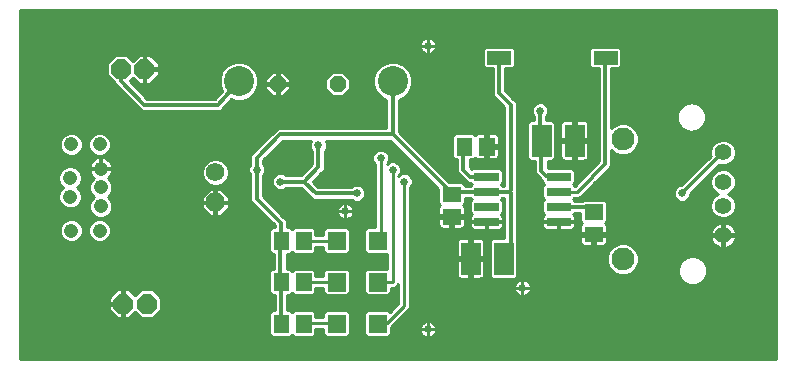
<source format=gtl>
G75*
%MOIN*%
%OFA0B0*%
%FSLAX25Y25*%
%IPPOS*%
%LPD*%
%AMOC8*
5,1,8,0,0,1.08239X$1,22.5*
%
%ADD10C,0.00000*%
%ADD11C,0.00189*%
%ADD12C,0.00205*%
%ADD13C,0.07600*%
%ADD14C,0.00177*%
%ADD15OC8,0.06600*%
%ADD16OC8,0.05200*%
%ADD17C,0.04756*%
%ADD18C,0.00208*%
%ADD19C,0.00215*%
%ADD20C,0.05543*%
%ADD21OC8,0.06200*%
%ADD22C,0.06200*%
%ADD23C,0.10000*%
%ADD24C,0.00984*%
%ADD25C,0.02584*%
%ADD26C,0.01000*%
%ADD27C,0.01181*%
D10*
X0001500Y0059133D02*
X0001500Y0175274D01*
X0253469Y0175274D01*
X0253469Y0059133D01*
X0001500Y0059133D01*
X0220988Y0088503D02*
X0220990Y0088637D01*
X0220996Y0088771D01*
X0221006Y0088905D01*
X0221020Y0089039D01*
X0221038Y0089172D01*
X0221059Y0089304D01*
X0221085Y0089436D01*
X0221115Y0089567D01*
X0221148Y0089697D01*
X0221185Y0089825D01*
X0221227Y0089953D01*
X0221271Y0090080D01*
X0221320Y0090205D01*
X0221372Y0090328D01*
X0221428Y0090450D01*
X0221488Y0090571D01*
X0221551Y0090689D01*
X0221617Y0090806D01*
X0221687Y0090920D01*
X0221760Y0091033D01*
X0221837Y0091143D01*
X0221917Y0091251D01*
X0222000Y0091356D01*
X0222086Y0091459D01*
X0222175Y0091559D01*
X0222267Y0091657D01*
X0222362Y0091752D01*
X0222460Y0091844D01*
X0222560Y0091933D01*
X0222663Y0092019D01*
X0222768Y0092102D01*
X0222876Y0092182D01*
X0222986Y0092259D01*
X0223099Y0092332D01*
X0223213Y0092402D01*
X0223330Y0092468D01*
X0223448Y0092531D01*
X0223569Y0092591D01*
X0223691Y0092647D01*
X0223814Y0092699D01*
X0223939Y0092748D01*
X0224066Y0092792D01*
X0224194Y0092834D01*
X0224322Y0092871D01*
X0224452Y0092904D01*
X0224583Y0092934D01*
X0224715Y0092960D01*
X0224847Y0092981D01*
X0224980Y0092999D01*
X0225114Y0093013D01*
X0225248Y0093023D01*
X0225382Y0093029D01*
X0225516Y0093031D01*
X0225650Y0093029D01*
X0225784Y0093023D01*
X0225918Y0093013D01*
X0226052Y0092999D01*
X0226185Y0092981D01*
X0226317Y0092960D01*
X0226449Y0092934D01*
X0226580Y0092904D01*
X0226710Y0092871D01*
X0226838Y0092834D01*
X0226966Y0092792D01*
X0227093Y0092748D01*
X0227218Y0092699D01*
X0227341Y0092647D01*
X0227463Y0092591D01*
X0227584Y0092531D01*
X0227702Y0092468D01*
X0227819Y0092402D01*
X0227933Y0092332D01*
X0228046Y0092259D01*
X0228156Y0092182D01*
X0228264Y0092102D01*
X0228369Y0092019D01*
X0228472Y0091933D01*
X0228572Y0091844D01*
X0228670Y0091752D01*
X0228765Y0091657D01*
X0228857Y0091559D01*
X0228946Y0091459D01*
X0229032Y0091356D01*
X0229115Y0091251D01*
X0229195Y0091143D01*
X0229272Y0091033D01*
X0229345Y0090920D01*
X0229415Y0090806D01*
X0229481Y0090689D01*
X0229544Y0090571D01*
X0229604Y0090450D01*
X0229660Y0090328D01*
X0229712Y0090205D01*
X0229761Y0090080D01*
X0229805Y0089953D01*
X0229847Y0089825D01*
X0229884Y0089697D01*
X0229917Y0089567D01*
X0229947Y0089436D01*
X0229973Y0089304D01*
X0229994Y0089172D01*
X0230012Y0089039D01*
X0230026Y0088905D01*
X0230036Y0088771D01*
X0230042Y0088637D01*
X0230044Y0088503D01*
X0230042Y0088369D01*
X0230036Y0088235D01*
X0230026Y0088101D01*
X0230012Y0087967D01*
X0229994Y0087834D01*
X0229973Y0087702D01*
X0229947Y0087570D01*
X0229917Y0087439D01*
X0229884Y0087309D01*
X0229847Y0087181D01*
X0229805Y0087053D01*
X0229761Y0086926D01*
X0229712Y0086801D01*
X0229660Y0086678D01*
X0229604Y0086556D01*
X0229544Y0086435D01*
X0229481Y0086317D01*
X0229415Y0086200D01*
X0229345Y0086086D01*
X0229272Y0085973D01*
X0229195Y0085863D01*
X0229115Y0085755D01*
X0229032Y0085650D01*
X0228946Y0085547D01*
X0228857Y0085447D01*
X0228765Y0085349D01*
X0228670Y0085254D01*
X0228572Y0085162D01*
X0228472Y0085073D01*
X0228369Y0084987D01*
X0228264Y0084904D01*
X0228156Y0084824D01*
X0228046Y0084747D01*
X0227933Y0084674D01*
X0227819Y0084604D01*
X0227702Y0084538D01*
X0227584Y0084475D01*
X0227463Y0084415D01*
X0227341Y0084359D01*
X0227218Y0084307D01*
X0227093Y0084258D01*
X0226966Y0084214D01*
X0226838Y0084172D01*
X0226710Y0084135D01*
X0226580Y0084102D01*
X0226449Y0084072D01*
X0226317Y0084046D01*
X0226185Y0084025D01*
X0226052Y0084007D01*
X0225918Y0083993D01*
X0225784Y0083983D01*
X0225650Y0083977D01*
X0225516Y0083975D01*
X0225382Y0083977D01*
X0225248Y0083983D01*
X0225114Y0083993D01*
X0224980Y0084007D01*
X0224847Y0084025D01*
X0224715Y0084046D01*
X0224583Y0084072D01*
X0224452Y0084102D01*
X0224322Y0084135D01*
X0224194Y0084172D01*
X0224066Y0084214D01*
X0223939Y0084258D01*
X0223814Y0084307D01*
X0223691Y0084359D01*
X0223569Y0084415D01*
X0223448Y0084475D01*
X0223330Y0084538D01*
X0223213Y0084604D01*
X0223099Y0084674D01*
X0222986Y0084747D01*
X0222876Y0084824D01*
X0222768Y0084904D01*
X0222663Y0084987D01*
X0222560Y0085073D01*
X0222460Y0085162D01*
X0222362Y0085254D01*
X0222267Y0085349D01*
X0222175Y0085447D01*
X0222086Y0085547D01*
X0222000Y0085650D01*
X0221917Y0085755D01*
X0221837Y0085863D01*
X0221760Y0085973D01*
X0221687Y0086086D01*
X0221617Y0086200D01*
X0221551Y0086317D01*
X0221488Y0086435D01*
X0221428Y0086556D01*
X0221372Y0086678D01*
X0221320Y0086801D01*
X0221271Y0086926D01*
X0221227Y0087053D01*
X0221185Y0087181D01*
X0221148Y0087309D01*
X0221115Y0087439D01*
X0221085Y0087570D01*
X0221059Y0087702D01*
X0221038Y0087834D01*
X0221020Y0087967D01*
X0221006Y0088101D01*
X0220996Y0088235D01*
X0220990Y0088369D01*
X0220988Y0088503D01*
X0220594Y0139684D02*
X0220596Y0139818D01*
X0220602Y0139952D01*
X0220612Y0140086D01*
X0220626Y0140220D01*
X0220644Y0140353D01*
X0220665Y0140485D01*
X0220691Y0140617D01*
X0220721Y0140748D01*
X0220754Y0140878D01*
X0220791Y0141006D01*
X0220833Y0141134D01*
X0220877Y0141261D01*
X0220926Y0141386D01*
X0220978Y0141509D01*
X0221034Y0141631D01*
X0221094Y0141752D01*
X0221157Y0141870D01*
X0221223Y0141987D01*
X0221293Y0142101D01*
X0221366Y0142214D01*
X0221443Y0142324D01*
X0221523Y0142432D01*
X0221606Y0142537D01*
X0221692Y0142640D01*
X0221781Y0142740D01*
X0221873Y0142838D01*
X0221968Y0142933D01*
X0222066Y0143025D01*
X0222166Y0143114D01*
X0222269Y0143200D01*
X0222374Y0143283D01*
X0222482Y0143363D01*
X0222592Y0143440D01*
X0222705Y0143513D01*
X0222819Y0143583D01*
X0222936Y0143649D01*
X0223054Y0143712D01*
X0223175Y0143772D01*
X0223297Y0143828D01*
X0223420Y0143880D01*
X0223545Y0143929D01*
X0223672Y0143973D01*
X0223800Y0144015D01*
X0223928Y0144052D01*
X0224058Y0144085D01*
X0224189Y0144115D01*
X0224321Y0144141D01*
X0224453Y0144162D01*
X0224586Y0144180D01*
X0224720Y0144194D01*
X0224854Y0144204D01*
X0224988Y0144210D01*
X0225122Y0144212D01*
X0225256Y0144210D01*
X0225390Y0144204D01*
X0225524Y0144194D01*
X0225658Y0144180D01*
X0225791Y0144162D01*
X0225923Y0144141D01*
X0226055Y0144115D01*
X0226186Y0144085D01*
X0226316Y0144052D01*
X0226444Y0144015D01*
X0226572Y0143973D01*
X0226699Y0143929D01*
X0226824Y0143880D01*
X0226947Y0143828D01*
X0227069Y0143772D01*
X0227190Y0143712D01*
X0227308Y0143649D01*
X0227425Y0143583D01*
X0227539Y0143513D01*
X0227652Y0143440D01*
X0227762Y0143363D01*
X0227870Y0143283D01*
X0227975Y0143200D01*
X0228078Y0143114D01*
X0228178Y0143025D01*
X0228276Y0142933D01*
X0228371Y0142838D01*
X0228463Y0142740D01*
X0228552Y0142640D01*
X0228638Y0142537D01*
X0228721Y0142432D01*
X0228801Y0142324D01*
X0228878Y0142214D01*
X0228951Y0142101D01*
X0229021Y0141987D01*
X0229087Y0141870D01*
X0229150Y0141752D01*
X0229210Y0141631D01*
X0229266Y0141509D01*
X0229318Y0141386D01*
X0229367Y0141261D01*
X0229411Y0141134D01*
X0229453Y0141006D01*
X0229490Y0140878D01*
X0229523Y0140748D01*
X0229553Y0140617D01*
X0229579Y0140485D01*
X0229600Y0140353D01*
X0229618Y0140220D01*
X0229632Y0140086D01*
X0229642Y0139952D01*
X0229648Y0139818D01*
X0229650Y0139684D01*
X0229648Y0139550D01*
X0229642Y0139416D01*
X0229632Y0139282D01*
X0229618Y0139148D01*
X0229600Y0139015D01*
X0229579Y0138883D01*
X0229553Y0138751D01*
X0229523Y0138620D01*
X0229490Y0138490D01*
X0229453Y0138362D01*
X0229411Y0138234D01*
X0229367Y0138107D01*
X0229318Y0137982D01*
X0229266Y0137859D01*
X0229210Y0137737D01*
X0229150Y0137616D01*
X0229087Y0137498D01*
X0229021Y0137381D01*
X0228951Y0137267D01*
X0228878Y0137154D01*
X0228801Y0137044D01*
X0228721Y0136936D01*
X0228638Y0136831D01*
X0228552Y0136728D01*
X0228463Y0136628D01*
X0228371Y0136530D01*
X0228276Y0136435D01*
X0228178Y0136343D01*
X0228078Y0136254D01*
X0227975Y0136168D01*
X0227870Y0136085D01*
X0227762Y0136005D01*
X0227652Y0135928D01*
X0227539Y0135855D01*
X0227425Y0135785D01*
X0227308Y0135719D01*
X0227190Y0135656D01*
X0227069Y0135596D01*
X0226947Y0135540D01*
X0226824Y0135488D01*
X0226699Y0135439D01*
X0226572Y0135395D01*
X0226444Y0135353D01*
X0226316Y0135316D01*
X0226186Y0135283D01*
X0226055Y0135253D01*
X0225923Y0135227D01*
X0225791Y0135206D01*
X0225658Y0135188D01*
X0225524Y0135174D01*
X0225390Y0135164D01*
X0225256Y0135158D01*
X0225122Y0135156D01*
X0224988Y0135158D01*
X0224854Y0135164D01*
X0224720Y0135174D01*
X0224586Y0135188D01*
X0224453Y0135206D01*
X0224321Y0135227D01*
X0224189Y0135253D01*
X0224058Y0135283D01*
X0223928Y0135316D01*
X0223800Y0135353D01*
X0223672Y0135395D01*
X0223545Y0135439D01*
X0223420Y0135488D01*
X0223297Y0135540D01*
X0223175Y0135596D01*
X0223054Y0135656D01*
X0222936Y0135719D01*
X0222819Y0135785D01*
X0222705Y0135855D01*
X0222592Y0135928D01*
X0222482Y0136005D01*
X0222374Y0136085D01*
X0222269Y0136168D01*
X0222166Y0136254D01*
X0222066Y0136343D01*
X0221968Y0136435D01*
X0221873Y0136530D01*
X0221781Y0136628D01*
X0221692Y0136728D01*
X0221606Y0136831D01*
X0221523Y0136936D01*
X0221443Y0137044D01*
X0221366Y0137154D01*
X0221293Y0137267D01*
X0221223Y0137381D01*
X0221157Y0137498D01*
X0221094Y0137616D01*
X0221034Y0137737D01*
X0220978Y0137859D01*
X0220926Y0137982D01*
X0220877Y0138107D01*
X0220833Y0138234D01*
X0220791Y0138362D01*
X0220754Y0138490D01*
X0220721Y0138620D01*
X0220691Y0138751D01*
X0220665Y0138883D01*
X0220644Y0139015D01*
X0220626Y0139148D01*
X0220612Y0139282D01*
X0220602Y0139416D01*
X0220596Y0139550D01*
X0220594Y0139684D01*
D11*
X0189201Y0137188D02*
X0183091Y0137188D01*
X0189201Y0137188D02*
X0189201Y0126746D01*
X0183091Y0126746D01*
X0183091Y0137188D01*
X0183091Y0126934D02*
X0189201Y0126934D01*
X0189201Y0127122D02*
X0183091Y0127122D01*
X0183091Y0127310D02*
X0189201Y0127310D01*
X0189201Y0127498D02*
X0183091Y0127498D01*
X0183091Y0127686D02*
X0189201Y0127686D01*
X0189201Y0127874D02*
X0183091Y0127874D01*
X0183091Y0128062D02*
X0189201Y0128062D01*
X0189201Y0128250D02*
X0183091Y0128250D01*
X0183091Y0128438D02*
X0189201Y0128438D01*
X0189201Y0128626D02*
X0183091Y0128626D01*
X0183091Y0128814D02*
X0189201Y0128814D01*
X0189201Y0129002D02*
X0183091Y0129002D01*
X0183091Y0129190D02*
X0189201Y0129190D01*
X0189201Y0129378D02*
X0183091Y0129378D01*
X0183091Y0129566D02*
X0189201Y0129566D01*
X0189201Y0129754D02*
X0183091Y0129754D01*
X0183091Y0129942D02*
X0189201Y0129942D01*
X0189201Y0130130D02*
X0183091Y0130130D01*
X0183091Y0130318D02*
X0189201Y0130318D01*
X0189201Y0130506D02*
X0183091Y0130506D01*
X0183091Y0130694D02*
X0189201Y0130694D01*
X0189201Y0130882D02*
X0183091Y0130882D01*
X0183091Y0131070D02*
X0189201Y0131070D01*
X0189201Y0131258D02*
X0183091Y0131258D01*
X0183091Y0131446D02*
X0189201Y0131446D01*
X0189201Y0131634D02*
X0183091Y0131634D01*
X0183091Y0131822D02*
X0189201Y0131822D01*
X0189201Y0132010D02*
X0183091Y0132010D01*
X0183091Y0132198D02*
X0189201Y0132198D01*
X0189201Y0132386D02*
X0183091Y0132386D01*
X0183091Y0132574D02*
X0189201Y0132574D01*
X0189201Y0132762D02*
X0183091Y0132762D01*
X0183091Y0132950D02*
X0189201Y0132950D01*
X0189201Y0133138D02*
X0183091Y0133138D01*
X0183091Y0133326D02*
X0189201Y0133326D01*
X0189201Y0133514D02*
X0183091Y0133514D01*
X0183091Y0133702D02*
X0189201Y0133702D01*
X0189201Y0133890D02*
X0183091Y0133890D01*
X0183091Y0134078D02*
X0189201Y0134078D01*
X0189201Y0134266D02*
X0183091Y0134266D01*
X0183091Y0134454D02*
X0189201Y0134454D01*
X0189201Y0134642D02*
X0183091Y0134642D01*
X0183091Y0134830D02*
X0189201Y0134830D01*
X0189201Y0135018D02*
X0183091Y0135018D01*
X0183091Y0135206D02*
X0189201Y0135206D01*
X0189201Y0135394D02*
X0183091Y0135394D01*
X0183091Y0135582D02*
X0189201Y0135582D01*
X0189201Y0135770D02*
X0183091Y0135770D01*
X0183091Y0135958D02*
X0189201Y0135958D01*
X0189201Y0136146D02*
X0183091Y0136146D01*
X0183091Y0136334D02*
X0189201Y0136334D01*
X0189201Y0136522D02*
X0183091Y0136522D01*
X0183091Y0136710D02*
X0189201Y0136710D01*
X0189201Y0136898D02*
X0183091Y0136898D01*
X0183091Y0137086D02*
X0189201Y0137086D01*
X0178177Y0137188D02*
X0172067Y0137188D01*
X0178177Y0137188D02*
X0178177Y0126746D01*
X0172067Y0126746D01*
X0172067Y0137188D01*
X0172067Y0126934D02*
X0178177Y0126934D01*
X0178177Y0127122D02*
X0172067Y0127122D01*
X0172067Y0127310D02*
X0178177Y0127310D01*
X0178177Y0127498D02*
X0172067Y0127498D01*
X0172067Y0127686D02*
X0178177Y0127686D01*
X0178177Y0127874D02*
X0172067Y0127874D01*
X0172067Y0128062D02*
X0178177Y0128062D01*
X0178177Y0128250D02*
X0172067Y0128250D01*
X0172067Y0128438D02*
X0178177Y0128438D01*
X0178177Y0128626D02*
X0172067Y0128626D01*
X0172067Y0128814D02*
X0178177Y0128814D01*
X0178177Y0129002D02*
X0172067Y0129002D01*
X0172067Y0129190D02*
X0178177Y0129190D01*
X0178177Y0129378D02*
X0172067Y0129378D01*
X0172067Y0129566D02*
X0178177Y0129566D01*
X0178177Y0129754D02*
X0172067Y0129754D01*
X0172067Y0129942D02*
X0178177Y0129942D01*
X0178177Y0130130D02*
X0172067Y0130130D01*
X0172067Y0130318D02*
X0178177Y0130318D01*
X0178177Y0130506D02*
X0172067Y0130506D01*
X0172067Y0130694D02*
X0178177Y0130694D01*
X0178177Y0130882D02*
X0172067Y0130882D01*
X0172067Y0131070D02*
X0178177Y0131070D01*
X0178177Y0131258D02*
X0172067Y0131258D01*
X0172067Y0131446D02*
X0178177Y0131446D01*
X0178177Y0131634D02*
X0172067Y0131634D01*
X0172067Y0131822D02*
X0178177Y0131822D01*
X0178177Y0132010D02*
X0172067Y0132010D01*
X0172067Y0132198D02*
X0178177Y0132198D01*
X0178177Y0132386D02*
X0172067Y0132386D01*
X0172067Y0132574D02*
X0178177Y0132574D01*
X0178177Y0132762D02*
X0172067Y0132762D01*
X0172067Y0132950D02*
X0178177Y0132950D01*
X0178177Y0133138D02*
X0172067Y0133138D01*
X0172067Y0133326D02*
X0178177Y0133326D01*
X0178177Y0133514D02*
X0172067Y0133514D01*
X0172067Y0133702D02*
X0178177Y0133702D01*
X0178177Y0133890D02*
X0172067Y0133890D01*
X0172067Y0134078D02*
X0178177Y0134078D01*
X0178177Y0134266D02*
X0172067Y0134266D01*
X0172067Y0134454D02*
X0178177Y0134454D01*
X0178177Y0134642D02*
X0172067Y0134642D01*
X0172067Y0134830D02*
X0178177Y0134830D01*
X0178177Y0135018D02*
X0172067Y0135018D01*
X0172067Y0135206D02*
X0178177Y0135206D01*
X0178177Y0135394D02*
X0172067Y0135394D01*
X0172067Y0135582D02*
X0178177Y0135582D01*
X0178177Y0135770D02*
X0172067Y0135770D01*
X0172067Y0135958D02*
X0178177Y0135958D01*
X0178177Y0136146D02*
X0172067Y0136146D01*
X0172067Y0136334D02*
X0178177Y0136334D01*
X0178177Y0136522D02*
X0172067Y0136522D01*
X0172067Y0136710D02*
X0178177Y0136710D01*
X0178177Y0136898D02*
X0172067Y0136898D01*
X0172067Y0137086D02*
X0178177Y0137086D01*
X0165579Y0087376D02*
X0159469Y0087376D01*
X0159469Y0097818D01*
X0165579Y0097818D01*
X0165579Y0087376D01*
X0165579Y0087564D02*
X0159469Y0087564D01*
X0159469Y0087752D02*
X0165579Y0087752D01*
X0165579Y0087940D02*
X0159469Y0087940D01*
X0159469Y0088128D02*
X0165579Y0088128D01*
X0165579Y0088316D02*
X0159469Y0088316D01*
X0159469Y0088504D02*
X0165579Y0088504D01*
X0165579Y0088692D02*
X0159469Y0088692D01*
X0159469Y0088880D02*
X0165579Y0088880D01*
X0165579Y0089068D02*
X0159469Y0089068D01*
X0159469Y0089256D02*
X0165579Y0089256D01*
X0165579Y0089444D02*
X0159469Y0089444D01*
X0159469Y0089632D02*
X0165579Y0089632D01*
X0165579Y0089820D02*
X0159469Y0089820D01*
X0159469Y0090008D02*
X0165579Y0090008D01*
X0165579Y0090196D02*
X0159469Y0090196D01*
X0159469Y0090384D02*
X0165579Y0090384D01*
X0165579Y0090572D02*
X0159469Y0090572D01*
X0159469Y0090760D02*
X0165579Y0090760D01*
X0165579Y0090948D02*
X0159469Y0090948D01*
X0159469Y0091136D02*
X0165579Y0091136D01*
X0165579Y0091324D02*
X0159469Y0091324D01*
X0159469Y0091512D02*
X0165579Y0091512D01*
X0165579Y0091700D02*
X0159469Y0091700D01*
X0159469Y0091888D02*
X0165579Y0091888D01*
X0165579Y0092076D02*
X0159469Y0092076D01*
X0159469Y0092264D02*
X0165579Y0092264D01*
X0165579Y0092452D02*
X0159469Y0092452D01*
X0159469Y0092640D02*
X0165579Y0092640D01*
X0165579Y0092828D02*
X0159469Y0092828D01*
X0159469Y0093016D02*
X0165579Y0093016D01*
X0165579Y0093204D02*
X0159469Y0093204D01*
X0159469Y0093392D02*
X0165579Y0093392D01*
X0165579Y0093580D02*
X0159469Y0093580D01*
X0159469Y0093768D02*
X0165579Y0093768D01*
X0165579Y0093956D02*
X0159469Y0093956D01*
X0159469Y0094144D02*
X0165579Y0094144D01*
X0165579Y0094332D02*
X0159469Y0094332D01*
X0159469Y0094520D02*
X0165579Y0094520D01*
X0165579Y0094708D02*
X0159469Y0094708D01*
X0159469Y0094896D02*
X0165579Y0094896D01*
X0165579Y0095084D02*
X0159469Y0095084D01*
X0159469Y0095272D02*
X0165579Y0095272D01*
X0165579Y0095460D02*
X0159469Y0095460D01*
X0159469Y0095648D02*
X0165579Y0095648D01*
X0165579Y0095836D02*
X0159469Y0095836D01*
X0159469Y0096024D02*
X0165579Y0096024D01*
X0165579Y0096212D02*
X0159469Y0096212D01*
X0159469Y0096400D02*
X0165579Y0096400D01*
X0165579Y0096588D02*
X0159469Y0096588D01*
X0159469Y0096776D02*
X0165579Y0096776D01*
X0165579Y0096964D02*
X0159469Y0096964D01*
X0159469Y0097152D02*
X0165579Y0097152D01*
X0165579Y0097340D02*
X0159469Y0097340D01*
X0159469Y0097528D02*
X0165579Y0097528D01*
X0165579Y0097716D02*
X0159469Y0097716D01*
X0154555Y0087376D02*
X0148445Y0087376D01*
X0148445Y0097818D01*
X0154555Y0097818D01*
X0154555Y0087376D01*
X0154555Y0087564D02*
X0148445Y0087564D01*
X0148445Y0087752D02*
X0154555Y0087752D01*
X0154555Y0087940D02*
X0148445Y0087940D01*
X0148445Y0088128D02*
X0154555Y0088128D01*
X0154555Y0088316D02*
X0148445Y0088316D01*
X0148445Y0088504D02*
X0154555Y0088504D01*
X0154555Y0088692D02*
X0148445Y0088692D01*
X0148445Y0088880D02*
X0154555Y0088880D01*
X0154555Y0089068D02*
X0148445Y0089068D01*
X0148445Y0089256D02*
X0154555Y0089256D01*
X0154555Y0089444D02*
X0148445Y0089444D01*
X0148445Y0089632D02*
X0154555Y0089632D01*
X0154555Y0089820D02*
X0148445Y0089820D01*
X0148445Y0090008D02*
X0154555Y0090008D01*
X0154555Y0090196D02*
X0148445Y0090196D01*
X0148445Y0090384D02*
X0154555Y0090384D01*
X0154555Y0090572D02*
X0148445Y0090572D01*
X0148445Y0090760D02*
X0154555Y0090760D01*
X0154555Y0090948D02*
X0148445Y0090948D01*
X0148445Y0091136D02*
X0154555Y0091136D01*
X0154555Y0091324D02*
X0148445Y0091324D01*
X0148445Y0091512D02*
X0154555Y0091512D01*
X0154555Y0091700D02*
X0148445Y0091700D01*
X0148445Y0091888D02*
X0154555Y0091888D01*
X0154555Y0092076D02*
X0148445Y0092076D01*
X0148445Y0092264D02*
X0154555Y0092264D01*
X0154555Y0092452D02*
X0148445Y0092452D01*
X0148445Y0092640D02*
X0154555Y0092640D01*
X0154555Y0092828D02*
X0148445Y0092828D01*
X0148445Y0093016D02*
X0154555Y0093016D01*
X0154555Y0093204D02*
X0148445Y0093204D01*
X0148445Y0093392D02*
X0154555Y0093392D01*
X0154555Y0093580D02*
X0148445Y0093580D01*
X0148445Y0093768D02*
X0154555Y0093768D01*
X0154555Y0093956D02*
X0148445Y0093956D01*
X0148445Y0094144D02*
X0154555Y0094144D01*
X0154555Y0094332D02*
X0148445Y0094332D01*
X0148445Y0094520D02*
X0154555Y0094520D01*
X0154555Y0094708D02*
X0148445Y0094708D01*
X0148445Y0094896D02*
X0154555Y0094896D01*
X0154555Y0095084D02*
X0148445Y0095084D01*
X0148445Y0095272D02*
X0154555Y0095272D01*
X0154555Y0095460D02*
X0148445Y0095460D01*
X0148445Y0095648D02*
X0154555Y0095648D01*
X0154555Y0095836D02*
X0148445Y0095836D01*
X0148445Y0096024D02*
X0154555Y0096024D01*
X0154555Y0096212D02*
X0148445Y0096212D01*
X0148445Y0096400D02*
X0154555Y0096400D01*
X0154555Y0096588D02*
X0148445Y0096588D01*
X0148445Y0096776D02*
X0154555Y0096776D01*
X0154555Y0096964D02*
X0148445Y0096964D01*
X0148445Y0097152D02*
X0154555Y0097152D01*
X0154555Y0097340D02*
X0148445Y0097340D01*
X0148445Y0097528D02*
X0154555Y0097528D01*
X0154555Y0097716D02*
X0148445Y0097716D01*
D12*
X0148052Y0104117D02*
X0148052Y0109031D01*
X0148052Y0104117D02*
X0142350Y0104117D01*
X0142350Y0109031D01*
X0148052Y0109031D01*
X0148052Y0104321D02*
X0142350Y0104321D01*
X0142350Y0104525D02*
X0148052Y0104525D01*
X0148052Y0104729D02*
X0142350Y0104729D01*
X0142350Y0104933D02*
X0148052Y0104933D01*
X0148052Y0105137D02*
X0142350Y0105137D01*
X0142350Y0105341D02*
X0148052Y0105341D01*
X0148052Y0105545D02*
X0142350Y0105545D01*
X0142350Y0105749D02*
X0148052Y0105749D01*
X0148052Y0105953D02*
X0142350Y0105953D01*
X0142350Y0106157D02*
X0148052Y0106157D01*
X0148052Y0106361D02*
X0142350Y0106361D01*
X0142350Y0106565D02*
X0148052Y0106565D01*
X0148052Y0106769D02*
X0142350Y0106769D01*
X0142350Y0106973D02*
X0148052Y0106973D01*
X0148052Y0107177D02*
X0142350Y0107177D01*
X0142350Y0107381D02*
X0148052Y0107381D01*
X0148052Y0107585D02*
X0142350Y0107585D01*
X0142350Y0107789D02*
X0148052Y0107789D01*
X0148052Y0107993D02*
X0142350Y0107993D01*
X0142350Y0108197D02*
X0148052Y0108197D01*
X0148052Y0108401D02*
X0142350Y0108401D01*
X0142350Y0108605D02*
X0148052Y0108605D01*
X0148052Y0108809D02*
X0142350Y0108809D01*
X0142350Y0109013D02*
X0148052Y0109013D01*
X0148052Y0111597D02*
X0148052Y0116511D01*
X0148052Y0111597D02*
X0142350Y0111597D01*
X0142350Y0116511D01*
X0148052Y0116511D01*
X0148052Y0111801D02*
X0142350Y0111801D01*
X0142350Y0112005D02*
X0148052Y0112005D01*
X0148052Y0112209D02*
X0142350Y0112209D01*
X0142350Y0112413D02*
X0148052Y0112413D01*
X0148052Y0112617D02*
X0142350Y0112617D01*
X0142350Y0112821D02*
X0148052Y0112821D01*
X0148052Y0113025D02*
X0142350Y0113025D01*
X0142350Y0113229D02*
X0148052Y0113229D01*
X0148052Y0113433D02*
X0142350Y0113433D01*
X0142350Y0113637D02*
X0148052Y0113637D01*
X0148052Y0113841D02*
X0142350Y0113841D01*
X0142350Y0114045D02*
X0148052Y0114045D01*
X0148052Y0114249D02*
X0142350Y0114249D01*
X0142350Y0114453D02*
X0148052Y0114453D01*
X0148052Y0114657D02*
X0142350Y0114657D01*
X0142350Y0114861D02*
X0148052Y0114861D01*
X0148052Y0115065D02*
X0142350Y0115065D01*
X0142350Y0115269D02*
X0148052Y0115269D01*
X0148052Y0115473D02*
X0142350Y0115473D01*
X0142350Y0115677D02*
X0148052Y0115677D01*
X0148052Y0115881D02*
X0142350Y0115881D01*
X0142350Y0116085D02*
X0148052Y0116085D01*
X0148052Y0116289D02*
X0142350Y0116289D01*
X0142350Y0116493D02*
X0148052Y0116493D01*
X0146878Y0127148D02*
X0151792Y0127148D01*
X0146878Y0127148D02*
X0146878Y0132850D01*
X0151792Y0132850D01*
X0151792Y0127148D01*
X0151792Y0127352D02*
X0146878Y0127352D01*
X0146878Y0127556D02*
X0151792Y0127556D01*
X0151792Y0127760D02*
X0146878Y0127760D01*
X0146878Y0127964D02*
X0151792Y0127964D01*
X0151792Y0128168D02*
X0146878Y0128168D01*
X0146878Y0128372D02*
X0151792Y0128372D01*
X0151792Y0128576D02*
X0146878Y0128576D01*
X0146878Y0128780D02*
X0151792Y0128780D01*
X0151792Y0128984D02*
X0146878Y0128984D01*
X0146878Y0129188D02*
X0151792Y0129188D01*
X0151792Y0129392D02*
X0146878Y0129392D01*
X0146878Y0129596D02*
X0151792Y0129596D01*
X0151792Y0129800D02*
X0146878Y0129800D01*
X0146878Y0130004D02*
X0151792Y0130004D01*
X0151792Y0130208D02*
X0146878Y0130208D01*
X0146878Y0130412D02*
X0151792Y0130412D01*
X0151792Y0130616D02*
X0146878Y0130616D01*
X0146878Y0130820D02*
X0151792Y0130820D01*
X0151792Y0131024D02*
X0146878Y0131024D01*
X0146878Y0131228D02*
X0151792Y0131228D01*
X0151792Y0131432D02*
X0146878Y0131432D01*
X0146878Y0131636D02*
X0151792Y0131636D01*
X0151792Y0131840D02*
X0146878Y0131840D01*
X0146878Y0132044D02*
X0151792Y0132044D01*
X0151792Y0132248D02*
X0146878Y0132248D01*
X0146878Y0132452D02*
X0151792Y0132452D01*
X0151792Y0132656D02*
X0146878Y0132656D01*
X0154358Y0127148D02*
X0159272Y0127148D01*
X0154358Y0127148D02*
X0154358Y0132850D01*
X0159272Y0132850D01*
X0159272Y0127148D01*
X0159272Y0127352D02*
X0154358Y0127352D01*
X0154358Y0127556D02*
X0159272Y0127556D01*
X0159272Y0127760D02*
X0154358Y0127760D01*
X0154358Y0127964D02*
X0159272Y0127964D01*
X0159272Y0128168D02*
X0154358Y0128168D01*
X0154358Y0128372D02*
X0159272Y0128372D01*
X0159272Y0128576D02*
X0154358Y0128576D01*
X0154358Y0128780D02*
X0159272Y0128780D01*
X0159272Y0128984D02*
X0154358Y0128984D01*
X0154358Y0129188D02*
X0159272Y0129188D01*
X0159272Y0129392D02*
X0154358Y0129392D01*
X0154358Y0129596D02*
X0159272Y0129596D01*
X0159272Y0129800D02*
X0154358Y0129800D01*
X0154358Y0130004D02*
X0159272Y0130004D01*
X0159272Y0130208D02*
X0154358Y0130208D01*
X0154358Y0130412D02*
X0159272Y0130412D01*
X0159272Y0130616D02*
X0154358Y0130616D01*
X0154358Y0130820D02*
X0159272Y0130820D01*
X0159272Y0131024D02*
X0154358Y0131024D01*
X0154358Y0131228D02*
X0159272Y0131228D01*
X0159272Y0131432D02*
X0154358Y0131432D01*
X0154358Y0131636D02*
X0159272Y0131636D01*
X0159272Y0131840D02*
X0154358Y0131840D01*
X0154358Y0132044D02*
X0159272Y0132044D01*
X0159272Y0132248D02*
X0154358Y0132248D01*
X0154358Y0132452D02*
X0159272Y0132452D01*
X0159272Y0132656D02*
X0154358Y0132656D01*
X0195296Y0110605D02*
X0195296Y0105691D01*
X0189594Y0105691D01*
X0189594Y0110605D01*
X0195296Y0110605D01*
X0195296Y0105895D02*
X0189594Y0105895D01*
X0189594Y0106099D02*
X0195296Y0106099D01*
X0195296Y0106303D02*
X0189594Y0106303D01*
X0189594Y0106507D02*
X0195296Y0106507D01*
X0195296Y0106711D02*
X0189594Y0106711D01*
X0189594Y0106915D02*
X0195296Y0106915D01*
X0195296Y0107119D02*
X0189594Y0107119D01*
X0189594Y0107323D02*
X0195296Y0107323D01*
X0195296Y0107527D02*
X0189594Y0107527D01*
X0189594Y0107731D02*
X0195296Y0107731D01*
X0195296Y0107935D02*
X0189594Y0107935D01*
X0189594Y0108139D02*
X0195296Y0108139D01*
X0195296Y0108343D02*
X0189594Y0108343D01*
X0189594Y0108547D02*
X0195296Y0108547D01*
X0195296Y0108751D02*
X0189594Y0108751D01*
X0189594Y0108955D02*
X0195296Y0108955D01*
X0195296Y0109159D02*
X0189594Y0109159D01*
X0189594Y0109363D02*
X0195296Y0109363D01*
X0195296Y0109567D02*
X0189594Y0109567D01*
X0189594Y0109771D02*
X0195296Y0109771D01*
X0195296Y0109975D02*
X0189594Y0109975D01*
X0189594Y0110179D02*
X0195296Y0110179D01*
X0195296Y0110383D02*
X0189594Y0110383D01*
X0189594Y0110587D02*
X0195296Y0110587D01*
X0195296Y0103125D02*
X0195296Y0098211D01*
X0189594Y0098211D01*
X0189594Y0103125D01*
X0195296Y0103125D01*
X0195296Y0098415D02*
X0189594Y0098415D01*
X0189594Y0098619D02*
X0195296Y0098619D01*
X0195296Y0098823D02*
X0189594Y0098823D01*
X0189594Y0099027D02*
X0195296Y0099027D01*
X0195296Y0099231D02*
X0189594Y0099231D01*
X0189594Y0099435D02*
X0195296Y0099435D01*
X0195296Y0099639D02*
X0189594Y0099639D01*
X0189594Y0099843D02*
X0195296Y0099843D01*
X0195296Y0100047D02*
X0189594Y0100047D01*
X0189594Y0100251D02*
X0195296Y0100251D01*
X0195296Y0100455D02*
X0189594Y0100455D01*
X0189594Y0100659D02*
X0195296Y0100659D01*
X0195296Y0100863D02*
X0189594Y0100863D01*
X0189594Y0101067D02*
X0195296Y0101067D01*
X0195296Y0101271D02*
X0189594Y0101271D01*
X0189594Y0101475D02*
X0195296Y0101475D01*
X0195296Y0101679D02*
X0189594Y0101679D01*
X0189594Y0101883D02*
X0195296Y0101883D01*
X0195296Y0102087D02*
X0189594Y0102087D01*
X0189594Y0102291D02*
X0195296Y0102291D01*
X0195296Y0102495D02*
X0189594Y0102495D01*
X0189594Y0102699D02*
X0195296Y0102699D01*
X0195296Y0102903D02*
X0189594Y0102903D01*
X0189594Y0103107D02*
X0195296Y0103107D01*
X0098248Y0095652D02*
X0093334Y0095652D01*
X0093334Y0101354D01*
X0098248Y0101354D01*
X0098248Y0095652D01*
X0098248Y0095856D02*
X0093334Y0095856D01*
X0093334Y0096060D02*
X0098248Y0096060D01*
X0098248Y0096264D02*
X0093334Y0096264D01*
X0093334Y0096468D02*
X0098248Y0096468D01*
X0098248Y0096672D02*
X0093334Y0096672D01*
X0093334Y0096876D02*
X0098248Y0096876D01*
X0098248Y0097080D02*
X0093334Y0097080D01*
X0093334Y0097284D02*
X0098248Y0097284D01*
X0098248Y0097488D02*
X0093334Y0097488D01*
X0093334Y0097692D02*
X0098248Y0097692D01*
X0098248Y0097896D02*
X0093334Y0097896D01*
X0093334Y0098100D02*
X0098248Y0098100D01*
X0098248Y0098304D02*
X0093334Y0098304D01*
X0093334Y0098508D02*
X0098248Y0098508D01*
X0098248Y0098712D02*
X0093334Y0098712D01*
X0093334Y0098916D02*
X0098248Y0098916D01*
X0098248Y0099120D02*
X0093334Y0099120D01*
X0093334Y0099324D02*
X0098248Y0099324D01*
X0098248Y0099528D02*
X0093334Y0099528D01*
X0093334Y0099732D02*
X0098248Y0099732D01*
X0098248Y0099936D02*
X0093334Y0099936D01*
X0093334Y0100140D02*
X0098248Y0100140D01*
X0098248Y0100344D02*
X0093334Y0100344D01*
X0093334Y0100548D02*
X0098248Y0100548D01*
X0098248Y0100752D02*
X0093334Y0100752D01*
X0093334Y0100956D02*
X0098248Y0100956D01*
X0098248Y0101160D02*
X0093334Y0101160D01*
X0090768Y0095652D02*
X0085854Y0095652D01*
X0085854Y0101354D01*
X0090768Y0101354D01*
X0090768Y0095652D01*
X0090768Y0095856D02*
X0085854Y0095856D01*
X0085854Y0096060D02*
X0090768Y0096060D01*
X0090768Y0096264D02*
X0085854Y0096264D01*
X0085854Y0096468D02*
X0090768Y0096468D01*
X0090768Y0096672D02*
X0085854Y0096672D01*
X0085854Y0096876D02*
X0090768Y0096876D01*
X0090768Y0097080D02*
X0085854Y0097080D01*
X0085854Y0097284D02*
X0090768Y0097284D01*
X0090768Y0097488D02*
X0085854Y0097488D01*
X0085854Y0097692D02*
X0090768Y0097692D01*
X0090768Y0097896D02*
X0085854Y0097896D01*
X0085854Y0098100D02*
X0090768Y0098100D01*
X0090768Y0098304D02*
X0085854Y0098304D01*
X0085854Y0098508D02*
X0090768Y0098508D01*
X0090768Y0098712D02*
X0085854Y0098712D01*
X0085854Y0098916D02*
X0090768Y0098916D01*
X0090768Y0099120D02*
X0085854Y0099120D01*
X0085854Y0099324D02*
X0090768Y0099324D01*
X0090768Y0099528D02*
X0085854Y0099528D01*
X0085854Y0099732D02*
X0090768Y0099732D01*
X0090768Y0099936D02*
X0085854Y0099936D01*
X0085854Y0100140D02*
X0090768Y0100140D01*
X0090768Y0100344D02*
X0085854Y0100344D01*
X0085854Y0100548D02*
X0090768Y0100548D01*
X0090768Y0100752D02*
X0085854Y0100752D01*
X0085854Y0100956D02*
X0090768Y0100956D01*
X0090768Y0101160D02*
X0085854Y0101160D01*
X0085854Y0081872D02*
X0090768Y0081872D01*
X0085854Y0081872D02*
X0085854Y0087574D01*
X0090768Y0087574D01*
X0090768Y0081872D01*
X0090768Y0082076D02*
X0085854Y0082076D01*
X0085854Y0082280D02*
X0090768Y0082280D01*
X0090768Y0082484D02*
X0085854Y0082484D01*
X0085854Y0082688D02*
X0090768Y0082688D01*
X0090768Y0082892D02*
X0085854Y0082892D01*
X0085854Y0083096D02*
X0090768Y0083096D01*
X0090768Y0083300D02*
X0085854Y0083300D01*
X0085854Y0083504D02*
X0090768Y0083504D01*
X0090768Y0083708D02*
X0085854Y0083708D01*
X0085854Y0083912D02*
X0090768Y0083912D01*
X0090768Y0084116D02*
X0085854Y0084116D01*
X0085854Y0084320D02*
X0090768Y0084320D01*
X0090768Y0084524D02*
X0085854Y0084524D01*
X0085854Y0084728D02*
X0090768Y0084728D01*
X0090768Y0084932D02*
X0085854Y0084932D01*
X0085854Y0085136D02*
X0090768Y0085136D01*
X0090768Y0085340D02*
X0085854Y0085340D01*
X0085854Y0085544D02*
X0090768Y0085544D01*
X0090768Y0085748D02*
X0085854Y0085748D01*
X0085854Y0085952D02*
X0090768Y0085952D01*
X0090768Y0086156D02*
X0085854Y0086156D01*
X0085854Y0086360D02*
X0090768Y0086360D01*
X0090768Y0086564D02*
X0085854Y0086564D01*
X0085854Y0086768D02*
X0090768Y0086768D01*
X0090768Y0086972D02*
X0085854Y0086972D01*
X0085854Y0087176D02*
X0090768Y0087176D01*
X0090768Y0087380D02*
X0085854Y0087380D01*
X0093334Y0081872D02*
X0098248Y0081872D01*
X0093334Y0081872D02*
X0093334Y0087574D01*
X0098248Y0087574D01*
X0098248Y0081872D01*
X0098248Y0082076D02*
X0093334Y0082076D01*
X0093334Y0082280D02*
X0098248Y0082280D01*
X0098248Y0082484D02*
X0093334Y0082484D01*
X0093334Y0082688D02*
X0098248Y0082688D01*
X0098248Y0082892D02*
X0093334Y0082892D01*
X0093334Y0083096D02*
X0098248Y0083096D01*
X0098248Y0083300D02*
X0093334Y0083300D01*
X0093334Y0083504D02*
X0098248Y0083504D01*
X0098248Y0083708D02*
X0093334Y0083708D01*
X0093334Y0083912D02*
X0098248Y0083912D01*
X0098248Y0084116D02*
X0093334Y0084116D01*
X0093334Y0084320D02*
X0098248Y0084320D01*
X0098248Y0084524D02*
X0093334Y0084524D01*
X0093334Y0084728D02*
X0098248Y0084728D01*
X0098248Y0084932D02*
X0093334Y0084932D01*
X0093334Y0085136D02*
X0098248Y0085136D01*
X0098248Y0085340D02*
X0093334Y0085340D01*
X0093334Y0085544D02*
X0098248Y0085544D01*
X0098248Y0085748D02*
X0093334Y0085748D01*
X0093334Y0085952D02*
X0098248Y0085952D01*
X0098248Y0086156D02*
X0093334Y0086156D01*
X0093334Y0086360D02*
X0098248Y0086360D01*
X0098248Y0086564D02*
X0093334Y0086564D01*
X0093334Y0086768D02*
X0098248Y0086768D01*
X0098248Y0086972D02*
X0093334Y0086972D01*
X0093334Y0087176D02*
X0098248Y0087176D01*
X0098248Y0087380D02*
X0093334Y0087380D01*
X0093334Y0068093D02*
X0098248Y0068093D01*
X0093334Y0068093D02*
X0093334Y0073795D01*
X0098248Y0073795D01*
X0098248Y0068093D01*
X0098248Y0068297D02*
X0093334Y0068297D01*
X0093334Y0068501D02*
X0098248Y0068501D01*
X0098248Y0068705D02*
X0093334Y0068705D01*
X0093334Y0068909D02*
X0098248Y0068909D01*
X0098248Y0069113D02*
X0093334Y0069113D01*
X0093334Y0069317D02*
X0098248Y0069317D01*
X0098248Y0069521D02*
X0093334Y0069521D01*
X0093334Y0069725D02*
X0098248Y0069725D01*
X0098248Y0069929D02*
X0093334Y0069929D01*
X0093334Y0070133D02*
X0098248Y0070133D01*
X0098248Y0070337D02*
X0093334Y0070337D01*
X0093334Y0070541D02*
X0098248Y0070541D01*
X0098248Y0070745D02*
X0093334Y0070745D01*
X0093334Y0070949D02*
X0098248Y0070949D01*
X0098248Y0071153D02*
X0093334Y0071153D01*
X0093334Y0071357D02*
X0098248Y0071357D01*
X0098248Y0071561D02*
X0093334Y0071561D01*
X0093334Y0071765D02*
X0098248Y0071765D01*
X0098248Y0071969D02*
X0093334Y0071969D01*
X0093334Y0072173D02*
X0098248Y0072173D01*
X0098248Y0072377D02*
X0093334Y0072377D01*
X0093334Y0072581D02*
X0098248Y0072581D01*
X0098248Y0072785D02*
X0093334Y0072785D01*
X0093334Y0072989D02*
X0098248Y0072989D01*
X0098248Y0073193D02*
X0093334Y0073193D01*
X0093334Y0073397D02*
X0098248Y0073397D01*
X0098248Y0073601D02*
X0093334Y0073601D01*
X0090768Y0068093D02*
X0085854Y0068093D01*
X0085854Y0073795D01*
X0090768Y0073795D01*
X0090768Y0068093D01*
X0090768Y0068297D02*
X0085854Y0068297D01*
X0085854Y0068501D02*
X0090768Y0068501D01*
X0090768Y0068705D02*
X0085854Y0068705D01*
X0085854Y0068909D02*
X0090768Y0068909D01*
X0090768Y0069113D02*
X0085854Y0069113D01*
X0085854Y0069317D02*
X0090768Y0069317D01*
X0090768Y0069521D02*
X0085854Y0069521D01*
X0085854Y0069725D02*
X0090768Y0069725D01*
X0090768Y0069929D02*
X0085854Y0069929D01*
X0085854Y0070133D02*
X0090768Y0070133D01*
X0090768Y0070337D02*
X0085854Y0070337D01*
X0085854Y0070541D02*
X0090768Y0070541D01*
X0090768Y0070745D02*
X0085854Y0070745D01*
X0085854Y0070949D02*
X0090768Y0070949D01*
X0090768Y0071153D02*
X0085854Y0071153D01*
X0085854Y0071357D02*
X0090768Y0071357D01*
X0090768Y0071561D02*
X0085854Y0071561D01*
X0085854Y0071765D02*
X0090768Y0071765D01*
X0090768Y0071969D02*
X0085854Y0071969D01*
X0085854Y0072173D02*
X0090768Y0072173D01*
X0090768Y0072377D02*
X0085854Y0072377D01*
X0085854Y0072581D02*
X0090768Y0072581D01*
X0090768Y0072785D02*
X0085854Y0072785D01*
X0085854Y0072989D02*
X0090768Y0072989D01*
X0090768Y0073193D02*
X0085854Y0073193D01*
X0085854Y0073397D02*
X0090768Y0073397D01*
X0090768Y0073601D02*
X0085854Y0073601D01*
D13*
X0202287Y0092282D03*
X0202287Y0132282D03*
D14*
X0123459Y0101368D02*
X0117729Y0101368D01*
X0123459Y0101368D02*
X0123459Y0095638D01*
X0117729Y0095638D01*
X0117729Y0101368D01*
X0117729Y0095814D02*
X0123459Y0095814D01*
X0123459Y0095990D02*
X0117729Y0095990D01*
X0117729Y0096166D02*
X0123459Y0096166D01*
X0123459Y0096342D02*
X0117729Y0096342D01*
X0117729Y0096518D02*
X0123459Y0096518D01*
X0123459Y0096694D02*
X0117729Y0096694D01*
X0117729Y0096870D02*
X0123459Y0096870D01*
X0123459Y0097046D02*
X0117729Y0097046D01*
X0117729Y0097222D02*
X0123459Y0097222D01*
X0123459Y0097398D02*
X0117729Y0097398D01*
X0117729Y0097574D02*
X0123459Y0097574D01*
X0123459Y0097750D02*
X0117729Y0097750D01*
X0117729Y0097926D02*
X0123459Y0097926D01*
X0123459Y0098102D02*
X0117729Y0098102D01*
X0117729Y0098278D02*
X0123459Y0098278D01*
X0123459Y0098454D02*
X0117729Y0098454D01*
X0117729Y0098630D02*
X0123459Y0098630D01*
X0123459Y0098806D02*
X0117729Y0098806D01*
X0117729Y0098982D02*
X0123459Y0098982D01*
X0123459Y0099158D02*
X0117729Y0099158D01*
X0117729Y0099334D02*
X0123459Y0099334D01*
X0123459Y0099510D02*
X0117729Y0099510D01*
X0117729Y0099686D02*
X0123459Y0099686D01*
X0123459Y0099862D02*
X0117729Y0099862D01*
X0117729Y0100038D02*
X0123459Y0100038D01*
X0123459Y0100214D02*
X0117729Y0100214D01*
X0117729Y0100390D02*
X0123459Y0100390D01*
X0123459Y0100566D02*
X0117729Y0100566D01*
X0117729Y0100742D02*
X0123459Y0100742D01*
X0123459Y0100918D02*
X0117729Y0100918D01*
X0117729Y0101094D02*
X0123459Y0101094D01*
X0123459Y0101270D02*
X0117729Y0101270D01*
X0109680Y0101368D02*
X0103950Y0101368D01*
X0109680Y0101368D02*
X0109680Y0095638D01*
X0103950Y0095638D01*
X0103950Y0101368D01*
X0103950Y0095814D02*
X0109680Y0095814D01*
X0109680Y0095990D02*
X0103950Y0095990D01*
X0103950Y0096166D02*
X0109680Y0096166D01*
X0109680Y0096342D02*
X0103950Y0096342D01*
X0103950Y0096518D02*
X0109680Y0096518D01*
X0109680Y0096694D02*
X0103950Y0096694D01*
X0103950Y0096870D02*
X0109680Y0096870D01*
X0109680Y0097046D02*
X0103950Y0097046D01*
X0103950Y0097222D02*
X0109680Y0097222D01*
X0109680Y0097398D02*
X0103950Y0097398D01*
X0103950Y0097574D02*
X0109680Y0097574D01*
X0109680Y0097750D02*
X0103950Y0097750D01*
X0103950Y0097926D02*
X0109680Y0097926D01*
X0109680Y0098102D02*
X0103950Y0098102D01*
X0103950Y0098278D02*
X0109680Y0098278D01*
X0109680Y0098454D02*
X0103950Y0098454D01*
X0103950Y0098630D02*
X0109680Y0098630D01*
X0109680Y0098806D02*
X0103950Y0098806D01*
X0103950Y0098982D02*
X0109680Y0098982D01*
X0109680Y0099158D02*
X0103950Y0099158D01*
X0103950Y0099334D02*
X0109680Y0099334D01*
X0109680Y0099510D02*
X0103950Y0099510D01*
X0103950Y0099686D02*
X0109680Y0099686D01*
X0109680Y0099862D02*
X0103950Y0099862D01*
X0103950Y0100038D02*
X0109680Y0100038D01*
X0109680Y0100214D02*
X0103950Y0100214D01*
X0103950Y0100390D02*
X0109680Y0100390D01*
X0109680Y0100566D02*
X0103950Y0100566D01*
X0103950Y0100742D02*
X0109680Y0100742D01*
X0109680Y0100918D02*
X0103950Y0100918D01*
X0103950Y0101094D02*
X0109680Y0101094D01*
X0109680Y0101270D02*
X0103950Y0101270D01*
X0103950Y0087588D02*
X0109680Y0087588D01*
X0109680Y0081858D01*
X0103950Y0081858D01*
X0103950Y0087588D01*
X0103950Y0082034D02*
X0109680Y0082034D01*
X0109680Y0082210D02*
X0103950Y0082210D01*
X0103950Y0082386D02*
X0109680Y0082386D01*
X0109680Y0082562D02*
X0103950Y0082562D01*
X0103950Y0082738D02*
X0109680Y0082738D01*
X0109680Y0082914D02*
X0103950Y0082914D01*
X0103950Y0083090D02*
X0109680Y0083090D01*
X0109680Y0083266D02*
X0103950Y0083266D01*
X0103950Y0083442D02*
X0109680Y0083442D01*
X0109680Y0083618D02*
X0103950Y0083618D01*
X0103950Y0083794D02*
X0109680Y0083794D01*
X0109680Y0083970D02*
X0103950Y0083970D01*
X0103950Y0084146D02*
X0109680Y0084146D01*
X0109680Y0084322D02*
X0103950Y0084322D01*
X0103950Y0084498D02*
X0109680Y0084498D01*
X0109680Y0084674D02*
X0103950Y0084674D01*
X0103950Y0084850D02*
X0109680Y0084850D01*
X0109680Y0085026D02*
X0103950Y0085026D01*
X0103950Y0085202D02*
X0109680Y0085202D01*
X0109680Y0085378D02*
X0103950Y0085378D01*
X0103950Y0085554D02*
X0109680Y0085554D01*
X0109680Y0085730D02*
X0103950Y0085730D01*
X0103950Y0085906D02*
X0109680Y0085906D01*
X0109680Y0086082D02*
X0103950Y0086082D01*
X0103950Y0086258D02*
X0109680Y0086258D01*
X0109680Y0086434D02*
X0103950Y0086434D01*
X0103950Y0086610D02*
X0109680Y0086610D01*
X0109680Y0086786D02*
X0103950Y0086786D01*
X0103950Y0086962D02*
X0109680Y0086962D01*
X0109680Y0087138D02*
X0103950Y0087138D01*
X0103950Y0087314D02*
X0109680Y0087314D01*
X0109680Y0087490D02*
X0103950Y0087490D01*
X0117729Y0087588D02*
X0123459Y0087588D01*
X0123459Y0081858D01*
X0117729Y0081858D01*
X0117729Y0087588D01*
X0117729Y0082034D02*
X0123459Y0082034D01*
X0123459Y0082210D02*
X0117729Y0082210D01*
X0117729Y0082386D02*
X0123459Y0082386D01*
X0123459Y0082562D02*
X0117729Y0082562D01*
X0117729Y0082738D02*
X0123459Y0082738D01*
X0123459Y0082914D02*
X0117729Y0082914D01*
X0117729Y0083090D02*
X0123459Y0083090D01*
X0123459Y0083266D02*
X0117729Y0083266D01*
X0117729Y0083442D02*
X0123459Y0083442D01*
X0123459Y0083618D02*
X0117729Y0083618D01*
X0117729Y0083794D02*
X0123459Y0083794D01*
X0123459Y0083970D02*
X0117729Y0083970D01*
X0117729Y0084146D02*
X0123459Y0084146D01*
X0123459Y0084322D02*
X0117729Y0084322D01*
X0117729Y0084498D02*
X0123459Y0084498D01*
X0123459Y0084674D02*
X0117729Y0084674D01*
X0117729Y0084850D02*
X0123459Y0084850D01*
X0123459Y0085026D02*
X0117729Y0085026D01*
X0117729Y0085202D02*
X0123459Y0085202D01*
X0123459Y0085378D02*
X0117729Y0085378D01*
X0117729Y0085554D02*
X0123459Y0085554D01*
X0123459Y0085730D02*
X0117729Y0085730D01*
X0117729Y0085906D02*
X0123459Y0085906D01*
X0123459Y0086082D02*
X0117729Y0086082D01*
X0117729Y0086258D02*
X0123459Y0086258D01*
X0123459Y0086434D02*
X0117729Y0086434D01*
X0117729Y0086610D02*
X0123459Y0086610D01*
X0123459Y0086786D02*
X0117729Y0086786D01*
X0117729Y0086962D02*
X0123459Y0086962D01*
X0123459Y0087138D02*
X0117729Y0087138D01*
X0117729Y0087314D02*
X0123459Y0087314D01*
X0123459Y0087490D02*
X0117729Y0087490D01*
X0117729Y0073809D02*
X0123459Y0073809D01*
X0123459Y0068079D01*
X0117729Y0068079D01*
X0117729Y0073809D01*
X0117729Y0068255D02*
X0123459Y0068255D01*
X0123459Y0068431D02*
X0117729Y0068431D01*
X0117729Y0068607D02*
X0123459Y0068607D01*
X0123459Y0068783D02*
X0117729Y0068783D01*
X0117729Y0068959D02*
X0123459Y0068959D01*
X0123459Y0069135D02*
X0117729Y0069135D01*
X0117729Y0069311D02*
X0123459Y0069311D01*
X0123459Y0069487D02*
X0117729Y0069487D01*
X0117729Y0069663D02*
X0123459Y0069663D01*
X0123459Y0069839D02*
X0117729Y0069839D01*
X0117729Y0070015D02*
X0123459Y0070015D01*
X0123459Y0070191D02*
X0117729Y0070191D01*
X0117729Y0070367D02*
X0123459Y0070367D01*
X0123459Y0070543D02*
X0117729Y0070543D01*
X0117729Y0070719D02*
X0123459Y0070719D01*
X0123459Y0070895D02*
X0117729Y0070895D01*
X0117729Y0071071D02*
X0123459Y0071071D01*
X0123459Y0071247D02*
X0117729Y0071247D01*
X0117729Y0071423D02*
X0123459Y0071423D01*
X0123459Y0071599D02*
X0117729Y0071599D01*
X0117729Y0071775D02*
X0123459Y0071775D01*
X0123459Y0071951D02*
X0117729Y0071951D01*
X0117729Y0072127D02*
X0123459Y0072127D01*
X0123459Y0072303D02*
X0117729Y0072303D01*
X0117729Y0072479D02*
X0123459Y0072479D01*
X0123459Y0072655D02*
X0117729Y0072655D01*
X0117729Y0072831D02*
X0123459Y0072831D01*
X0123459Y0073007D02*
X0117729Y0073007D01*
X0117729Y0073183D02*
X0123459Y0073183D01*
X0123459Y0073359D02*
X0117729Y0073359D01*
X0117729Y0073535D02*
X0123459Y0073535D01*
X0123459Y0073711D02*
X0117729Y0073711D01*
X0109680Y0073809D02*
X0103950Y0073809D01*
X0109680Y0073809D02*
X0109680Y0068079D01*
X0103950Y0068079D01*
X0103950Y0073809D01*
X0103950Y0068255D02*
X0109680Y0068255D01*
X0109680Y0068431D02*
X0103950Y0068431D01*
X0103950Y0068607D02*
X0109680Y0068607D01*
X0109680Y0068783D02*
X0103950Y0068783D01*
X0103950Y0068959D02*
X0109680Y0068959D01*
X0109680Y0069135D02*
X0103950Y0069135D01*
X0103950Y0069311D02*
X0109680Y0069311D01*
X0109680Y0069487D02*
X0103950Y0069487D01*
X0103950Y0069663D02*
X0109680Y0069663D01*
X0109680Y0069839D02*
X0103950Y0069839D01*
X0103950Y0070015D02*
X0109680Y0070015D01*
X0109680Y0070191D02*
X0103950Y0070191D01*
X0103950Y0070367D02*
X0109680Y0070367D01*
X0109680Y0070543D02*
X0103950Y0070543D01*
X0103950Y0070719D02*
X0109680Y0070719D01*
X0109680Y0070895D02*
X0103950Y0070895D01*
X0103950Y0071071D02*
X0109680Y0071071D01*
X0109680Y0071247D02*
X0103950Y0071247D01*
X0103950Y0071423D02*
X0109680Y0071423D01*
X0109680Y0071599D02*
X0103950Y0071599D01*
X0103950Y0071775D02*
X0109680Y0071775D01*
X0109680Y0071951D02*
X0103950Y0071951D01*
X0103950Y0072127D02*
X0109680Y0072127D01*
X0109680Y0072303D02*
X0103950Y0072303D01*
X0103950Y0072479D02*
X0109680Y0072479D01*
X0109680Y0072655D02*
X0103950Y0072655D01*
X0103950Y0072831D02*
X0109680Y0072831D01*
X0109680Y0073007D02*
X0103950Y0073007D01*
X0103950Y0073183D02*
X0109680Y0073183D01*
X0109680Y0073359D02*
X0103950Y0073359D01*
X0103950Y0073535D02*
X0109680Y0073535D01*
X0109680Y0073711D02*
X0103950Y0073711D01*
D15*
X0043587Y0077479D03*
X0035713Y0077479D03*
X0034965Y0155589D03*
X0042839Y0155589D03*
D16*
X0087248Y0150708D03*
X0107248Y0150708D03*
D17*
X0028272Y0122519D03*
X0028272Y0116219D03*
X0028272Y0109920D03*
X0027878Y0101849D03*
X0018429Y0101849D03*
X0018035Y0113070D03*
X0018035Y0119369D03*
X0018429Y0130589D03*
X0027878Y0130589D03*
D18*
X0160619Y0120978D02*
X0160619Y0118586D01*
X0152827Y0118586D01*
X0152827Y0120978D01*
X0160619Y0120978D01*
X0160619Y0118793D02*
X0152827Y0118793D01*
X0152827Y0119000D02*
X0160619Y0119000D01*
X0160619Y0119207D02*
X0152827Y0119207D01*
X0152827Y0119414D02*
X0160619Y0119414D01*
X0160619Y0119621D02*
X0152827Y0119621D01*
X0152827Y0119828D02*
X0160619Y0119828D01*
X0160619Y0120035D02*
X0152827Y0120035D01*
X0152827Y0120242D02*
X0160619Y0120242D01*
X0160619Y0120449D02*
X0152827Y0120449D01*
X0152827Y0120656D02*
X0160619Y0120656D01*
X0160619Y0120863D02*
X0152827Y0120863D01*
X0160619Y0115978D02*
X0160619Y0113586D01*
X0152827Y0113586D01*
X0152827Y0115978D01*
X0160619Y0115978D01*
X0160619Y0113793D02*
X0152827Y0113793D01*
X0152827Y0114000D02*
X0160619Y0114000D01*
X0160619Y0114207D02*
X0152827Y0114207D01*
X0152827Y0114414D02*
X0160619Y0114414D01*
X0160619Y0114621D02*
X0152827Y0114621D01*
X0152827Y0114828D02*
X0160619Y0114828D01*
X0160619Y0115035D02*
X0152827Y0115035D01*
X0152827Y0115242D02*
X0160619Y0115242D01*
X0160619Y0115449D02*
X0152827Y0115449D01*
X0152827Y0115656D02*
X0160619Y0115656D01*
X0160619Y0115863D02*
X0152827Y0115863D01*
X0160619Y0110978D02*
X0160619Y0108586D01*
X0152827Y0108586D01*
X0152827Y0110978D01*
X0160619Y0110978D01*
X0160619Y0108793D02*
X0152827Y0108793D01*
X0152827Y0109000D02*
X0160619Y0109000D01*
X0160619Y0109207D02*
X0152827Y0109207D01*
X0152827Y0109414D02*
X0160619Y0109414D01*
X0160619Y0109621D02*
X0152827Y0109621D01*
X0152827Y0109828D02*
X0160619Y0109828D01*
X0160619Y0110035D02*
X0152827Y0110035D01*
X0152827Y0110242D02*
X0160619Y0110242D01*
X0160619Y0110449D02*
X0152827Y0110449D01*
X0152827Y0110656D02*
X0160619Y0110656D01*
X0160619Y0110863D02*
X0152827Y0110863D01*
X0160619Y0105978D02*
X0160619Y0103586D01*
X0152827Y0103586D01*
X0152827Y0105978D01*
X0160619Y0105978D01*
X0160619Y0103793D02*
X0152827Y0103793D01*
X0152827Y0104000D02*
X0160619Y0104000D01*
X0160619Y0104207D02*
X0152827Y0104207D01*
X0152827Y0104414D02*
X0160619Y0104414D01*
X0160619Y0104621D02*
X0152827Y0104621D01*
X0152827Y0104828D02*
X0160619Y0104828D01*
X0160619Y0105035D02*
X0152827Y0105035D01*
X0152827Y0105242D02*
X0160619Y0105242D01*
X0160619Y0105449D02*
X0152827Y0105449D01*
X0152827Y0105656D02*
X0160619Y0105656D01*
X0160619Y0105863D02*
X0152827Y0105863D01*
X0184819Y0105978D02*
X0184819Y0103586D01*
X0177027Y0103586D01*
X0177027Y0105978D01*
X0184819Y0105978D01*
X0184819Y0103793D02*
X0177027Y0103793D01*
X0177027Y0104000D02*
X0184819Y0104000D01*
X0184819Y0104207D02*
X0177027Y0104207D01*
X0177027Y0104414D02*
X0184819Y0104414D01*
X0184819Y0104621D02*
X0177027Y0104621D01*
X0177027Y0104828D02*
X0184819Y0104828D01*
X0184819Y0105035D02*
X0177027Y0105035D01*
X0177027Y0105242D02*
X0184819Y0105242D01*
X0184819Y0105449D02*
X0177027Y0105449D01*
X0177027Y0105656D02*
X0184819Y0105656D01*
X0184819Y0105863D02*
X0177027Y0105863D01*
X0184819Y0108586D02*
X0184819Y0110978D01*
X0184819Y0108586D02*
X0177027Y0108586D01*
X0177027Y0110978D01*
X0184819Y0110978D01*
X0184819Y0108793D02*
X0177027Y0108793D01*
X0177027Y0109000D02*
X0184819Y0109000D01*
X0184819Y0109207D02*
X0177027Y0109207D01*
X0177027Y0109414D02*
X0184819Y0109414D01*
X0184819Y0109621D02*
X0177027Y0109621D01*
X0177027Y0109828D02*
X0184819Y0109828D01*
X0184819Y0110035D02*
X0177027Y0110035D01*
X0177027Y0110242D02*
X0184819Y0110242D01*
X0184819Y0110449D02*
X0177027Y0110449D01*
X0177027Y0110656D02*
X0184819Y0110656D01*
X0184819Y0110863D02*
X0177027Y0110863D01*
X0184819Y0113586D02*
X0184819Y0115978D01*
X0184819Y0113586D02*
X0177027Y0113586D01*
X0177027Y0115978D01*
X0184819Y0115978D01*
X0184819Y0113793D02*
X0177027Y0113793D01*
X0177027Y0114000D02*
X0184819Y0114000D01*
X0184819Y0114207D02*
X0177027Y0114207D01*
X0177027Y0114414D02*
X0184819Y0114414D01*
X0184819Y0114621D02*
X0177027Y0114621D01*
X0177027Y0114828D02*
X0184819Y0114828D01*
X0184819Y0115035D02*
X0177027Y0115035D01*
X0177027Y0115242D02*
X0184819Y0115242D01*
X0184819Y0115449D02*
X0177027Y0115449D01*
X0177027Y0115656D02*
X0184819Y0115656D01*
X0184819Y0115863D02*
X0177027Y0115863D01*
X0184819Y0118586D02*
X0184819Y0120978D01*
X0184819Y0118586D02*
X0177027Y0118586D01*
X0177027Y0120978D01*
X0184819Y0120978D01*
X0184819Y0118793D02*
X0177027Y0118793D01*
X0177027Y0119000D02*
X0184819Y0119000D01*
X0184819Y0119207D02*
X0177027Y0119207D01*
X0177027Y0119414D02*
X0184819Y0119414D01*
X0184819Y0119621D02*
X0177027Y0119621D01*
X0177027Y0119828D02*
X0184819Y0119828D01*
X0184819Y0120035D02*
X0177027Y0120035D01*
X0177027Y0120242D02*
X0184819Y0120242D01*
X0184819Y0120449D02*
X0177027Y0120449D01*
X0177027Y0120656D02*
X0184819Y0120656D01*
X0184819Y0120863D02*
X0177027Y0120863D01*
D19*
X0157122Y0157483D02*
X0157122Y0161569D01*
X0164808Y0161569D01*
X0164808Y0157483D01*
X0157122Y0157483D01*
X0157122Y0157697D02*
X0164808Y0157697D01*
X0164808Y0157911D02*
X0157122Y0157911D01*
X0157122Y0158125D02*
X0164808Y0158125D01*
X0164808Y0158339D02*
X0157122Y0158339D01*
X0157122Y0158553D02*
X0164808Y0158553D01*
X0164808Y0158767D02*
X0157122Y0158767D01*
X0157122Y0158981D02*
X0164808Y0158981D01*
X0164808Y0159195D02*
X0157122Y0159195D01*
X0157122Y0159409D02*
X0164808Y0159409D01*
X0164808Y0159623D02*
X0157122Y0159623D01*
X0157122Y0159837D02*
X0164808Y0159837D01*
X0164808Y0160051D02*
X0157122Y0160051D01*
X0157122Y0160265D02*
X0164808Y0160265D01*
X0164808Y0160479D02*
X0157122Y0160479D01*
X0157122Y0160693D02*
X0164808Y0160693D01*
X0164808Y0160907D02*
X0157122Y0160907D01*
X0157122Y0161121D02*
X0164808Y0161121D01*
X0164808Y0161335D02*
X0157122Y0161335D01*
X0157122Y0161549D02*
X0164808Y0161549D01*
X0192522Y0161569D02*
X0192522Y0157483D01*
X0192522Y0161569D02*
X0200208Y0161569D01*
X0200208Y0157483D01*
X0192522Y0157483D01*
X0192522Y0157697D02*
X0200208Y0157697D01*
X0200208Y0157911D02*
X0192522Y0157911D01*
X0192522Y0158125D02*
X0200208Y0158125D01*
X0200208Y0158339D02*
X0192522Y0158339D01*
X0192522Y0158553D02*
X0200208Y0158553D01*
X0200208Y0158767D02*
X0192522Y0158767D01*
X0192522Y0158981D02*
X0200208Y0158981D01*
X0200208Y0159195D02*
X0192522Y0159195D01*
X0192522Y0159409D02*
X0200208Y0159409D01*
X0200208Y0159623D02*
X0192522Y0159623D01*
X0192522Y0159837D02*
X0200208Y0159837D01*
X0200208Y0160051D02*
X0192522Y0160051D01*
X0192522Y0160265D02*
X0200208Y0160265D01*
X0200208Y0160479D02*
X0192522Y0160479D01*
X0192522Y0160693D02*
X0200208Y0160693D01*
X0200208Y0160907D02*
X0192522Y0160907D01*
X0192522Y0161121D02*
X0200208Y0161121D01*
X0200208Y0161335D02*
X0192522Y0161335D01*
X0192522Y0161549D02*
X0200208Y0161549D01*
D20*
X0235752Y0127873D03*
X0235752Y0118030D03*
X0235752Y0110156D03*
X0235752Y0100314D03*
D21*
X0066461Y0111219D03*
D22*
X0066461Y0121219D03*
D23*
X0074335Y0151652D03*
X0125516Y0151652D03*
D24*
X0186953Y0114664D02*
X0192445Y0120156D01*
X0106815Y0098503D02*
X0095791Y0098503D01*
X0095791Y0084723D02*
X0106815Y0084723D01*
X0106815Y0070944D02*
X0095791Y0070944D01*
D25*
X0137327Y0068975D03*
X0168823Y0082755D03*
X0129453Y0118188D03*
X0125516Y0122125D03*
X0121579Y0126062D03*
X0113705Y0114251D03*
X0109768Y0108345D03*
X0088114Y0118188D03*
X0080240Y0122125D03*
X0100831Y0130353D03*
X0137327Y0163463D03*
X0174728Y0141810D03*
X0221972Y0114251D03*
D26*
X0253469Y0059133D02*
X0001500Y0059133D01*
X0253469Y0059133D01*
X0253469Y0175274D01*
X0001500Y0175274D01*
X0001500Y0059133D01*
X0001500Y0060131D02*
X0253469Y0060131D01*
X0253469Y0061130D02*
X0001500Y0061130D01*
X0001500Y0062128D02*
X0253469Y0062128D01*
X0253469Y0063127D02*
X0001500Y0063127D01*
X0001500Y0064125D02*
X0253469Y0064125D01*
X0253469Y0065124D02*
X0001500Y0065124D01*
X0001500Y0066122D02*
X0253469Y0066122D01*
X0253469Y0067121D02*
X0139421Y0067121D01*
X0139496Y0067195D02*
X0139801Y0067653D01*
X0140012Y0068161D01*
X0140119Y0068700D01*
X0140119Y0068975D01*
X0137327Y0068975D01*
X0137327Y0068975D01*
X0137327Y0066183D01*
X0137602Y0066183D01*
X0138141Y0066290D01*
X0138649Y0066501D01*
X0139107Y0066806D01*
X0139496Y0067195D01*
X0139994Y0068119D02*
X0253469Y0068119D01*
X0253469Y0069118D02*
X0140119Y0069118D01*
X0140119Y0069250D02*
X0140012Y0069790D01*
X0139801Y0070298D01*
X0139496Y0070755D01*
X0139107Y0071144D01*
X0138649Y0071450D01*
X0138141Y0071660D01*
X0137602Y0071767D01*
X0137327Y0071767D01*
X0137327Y0068975D01*
X0137327Y0068975D01*
X0140119Y0068975D01*
X0140119Y0069250D01*
X0139876Y0070116D02*
X0253469Y0070116D01*
X0253469Y0071115D02*
X0139136Y0071115D01*
X0137327Y0071115D02*
X0137327Y0071115D01*
X0137327Y0071767D02*
X0137052Y0071767D01*
X0136512Y0071660D01*
X0136004Y0071450D01*
X0135547Y0071144D01*
X0135158Y0070755D01*
X0134852Y0070298D01*
X0134642Y0069790D01*
X0134535Y0069250D01*
X0134535Y0068975D01*
X0134535Y0068700D01*
X0134642Y0068161D01*
X0134852Y0067653D01*
X0135158Y0067195D01*
X0135547Y0066806D01*
X0136004Y0066501D01*
X0136512Y0066290D01*
X0137052Y0066183D01*
X0137327Y0066183D01*
X0137327Y0068975D01*
X0134535Y0068975D01*
X0137327Y0068975D01*
X0137327Y0068975D01*
X0137327Y0068975D01*
X0137327Y0071767D01*
X0137327Y0070116D02*
X0137327Y0070116D01*
X0137327Y0069118D02*
X0137327Y0069118D01*
X0137327Y0068119D02*
X0137327Y0068119D01*
X0137327Y0067121D02*
X0137327Y0067121D01*
X0135233Y0067121D02*
X0124724Y0067121D01*
X0125031Y0067428D02*
X0124110Y0066507D01*
X0117079Y0066507D01*
X0116157Y0067428D01*
X0116157Y0074459D01*
X0117079Y0075381D01*
X0124110Y0075381D01*
X0124644Y0074847D01*
X0127469Y0077671D01*
X0127469Y0083870D01*
X0126338Y0082739D01*
X0125031Y0082739D01*
X0125031Y0081208D01*
X0124110Y0080286D01*
X0117079Y0080286D01*
X0116157Y0081208D01*
X0116157Y0088239D01*
X0117079Y0089160D01*
X0123531Y0089160D01*
X0123531Y0094066D01*
X0117079Y0094066D01*
X0116157Y0094987D01*
X0116157Y0102018D01*
X0117079Y0102940D01*
X0119594Y0102940D01*
X0119594Y0124120D01*
X0119225Y0124489D01*
X0118802Y0125510D01*
X0118802Y0126614D01*
X0119225Y0127635D01*
X0120006Y0128416D01*
X0121026Y0128838D01*
X0122131Y0128838D01*
X0123151Y0128416D01*
X0123932Y0127635D01*
X0124355Y0126614D01*
X0124355Y0125510D01*
X0123932Y0124489D01*
X0123563Y0124120D01*
X0123563Y0124098D01*
X0123943Y0124479D01*
X0124963Y0124901D01*
X0126068Y0124901D01*
X0127088Y0124479D01*
X0127869Y0123698D01*
X0128292Y0122677D01*
X0128292Y0121573D01*
X0127869Y0120552D01*
X0127500Y0120183D01*
X0127500Y0120161D01*
X0127880Y0120542D01*
X0128900Y0120964D01*
X0130005Y0120964D01*
X0131025Y0120542D01*
X0131806Y0119761D01*
X0132229Y0118740D01*
X0132229Y0117636D01*
X0131806Y0116615D01*
X0131437Y0116246D01*
X0131437Y0076027D01*
X0125031Y0069622D01*
X0125031Y0067428D01*
X0125031Y0068119D02*
X0134659Y0068119D01*
X0134535Y0069118D02*
X0125031Y0069118D01*
X0125526Y0070116D02*
X0134777Y0070116D01*
X0135518Y0071115D02*
X0126524Y0071115D01*
X0127523Y0072113D02*
X0253469Y0072113D01*
X0253469Y0073112D02*
X0128522Y0073112D01*
X0129520Y0074110D02*
X0253469Y0074110D01*
X0253469Y0075109D02*
X0130519Y0075109D01*
X0131437Y0076107D02*
X0253469Y0076107D01*
X0253469Y0077106D02*
X0131437Y0077106D01*
X0131437Y0078104D02*
X0253469Y0078104D01*
X0253469Y0079103D02*
X0131437Y0079103D01*
X0131437Y0080101D02*
X0167932Y0080101D01*
X0168008Y0080070D02*
X0168548Y0079963D01*
X0168823Y0079963D01*
X0169098Y0079963D01*
X0169637Y0080070D01*
X0170145Y0080280D01*
X0170603Y0080586D01*
X0170992Y0080975D01*
X0171297Y0081432D01*
X0171508Y0081940D01*
X0171615Y0082480D01*
X0171615Y0082755D01*
X0171615Y0083030D01*
X0171508Y0083569D01*
X0171297Y0084077D01*
X0170992Y0084535D01*
X0170603Y0084924D01*
X0170145Y0085229D01*
X0169637Y0085440D01*
X0169098Y0085547D01*
X0168823Y0085547D01*
X0168823Y0082755D01*
X0168823Y0082755D01*
X0171615Y0082755D01*
X0168823Y0082755D01*
X0168823Y0082755D01*
X0168823Y0085547D01*
X0168548Y0085547D01*
X0168008Y0085440D01*
X0167500Y0085229D01*
X0167043Y0084924D01*
X0166654Y0084535D01*
X0166348Y0084077D01*
X0166138Y0083569D01*
X0166031Y0083030D01*
X0166031Y0082755D01*
X0168823Y0082755D01*
X0168823Y0082755D01*
X0168823Y0079963D01*
X0168823Y0082755D01*
X0168823Y0082755D01*
X0166031Y0082755D01*
X0166031Y0082480D01*
X0166138Y0081940D01*
X0166348Y0081432D01*
X0166654Y0080975D01*
X0167043Y0080586D01*
X0167500Y0080280D01*
X0168008Y0080070D01*
X0168823Y0080101D02*
X0168823Y0080101D01*
X0169713Y0080101D02*
X0253469Y0080101D01*
X0253469Y0081100D02*
X0171075Y0081100D01*
X0171539Y0082098D02*
X0253469Y0082098D01*
X0253469Y0083097D02*
X0171602Y0083097D01*
X0171285Y0084096D02*
X0223018Y0084096D01*
X0222668Y0084241D02*
X0224516Y0083475D01*
X0226516Y0083475D01*
X0228364Y0084241D01*
X0229778Y0085655D01*
X0230543Y0087503D01*
X0230543Y0089503D01*
X0229778Y0091351D01*
X0228364Y0092765D01*
X0226516Y0093530D01*
X0224516Y0093530D01*
X0222668Y0092765D01*
X0221254Y0091351D01*
X0220488Y0089503D01*
X0220488Y0087503D01*
X0221254Y0085655D01*
X0222668Y0084241D01*
X0221814Y0085094D02*
X0170348Y0085094D01*
X0168823Y0085094D02*
X0168823Y0085094D01*
X0168823Y0084096D02*
X0168823Y0084096D01*
X0168823Y0083097D02*
X0168823Y0083097D01*
X0168823Y0082098D02*
X0168823Y0082098D01*
X0168823Y0081100D02*
X0168823Y0081100D01*
X0166570Y0081100D02*
X0131437Y0081100D01*
X0131437Y0082098D02*
X0166107Y0082098D01*
X0166044Y0083097D02*
X0131437Y0083097D01*
X0131437Y0084096D02*
X0166361Y0084096D01*
X0167298Y0085094D02*
X0131437Y0085094D01*
X0131437Y0086093D02*
X0147480Y0086093D01*
X0147466Y0086101D02*
X0147829Y0085891D01*
X0148235Y0085782D01*
X0151000Y0085782D01*
X0151000Y0092097D01*
X0152000Y0092097D01*
X0152000Y0085782D01*
X0154765Y0085782D01*
X0155171Y0085891D01*
X0155534Y0086101D01*
X0155831Y0086398D01*
X0156041Y0086761D01*
X0156150Y0087167D01*
X0156150Y0092097D01*
X0152000Y0092097D01*
X0152000Y0093097D01*
X0156150Y0093097D01*
X0156150Y0098028D01*
X0156041Y0098433D01*
X0155831Y0098797D01*
X0155534Y0099094D01*
X0155171Y0099304D01*
X0154765Y0099412D01*
X0152000Y0099412D01*
X0152000Y0093097D01*
X0151000Y0093097D01*
X0151000Y0092097D01*
X0146850Y0092097D01*
X0146850Y0087167D01*
X0146959Y0086761D01*
X0147169Y0086398D01*
X0147466Y0086101D01*
X0146871Y0087091D02*
X0131437Y0087091D01*
X0131437Y0088090D02*
X0146850Y0088090D01*
X0146850Y0089088D02*
X0131437Y0089088D01*
X0131437Y0090087D02*
X0146850Y0090087D01*
X0146850Y0091085D02*
X0131437Y0091085D01*
X0131437Y0092084D02*
X0146850Y0092084D01*
X0146850Y0093097D02*
X0151000Y0093097D01*
X0151000Y0099412D01*
X0148235Y0099412D01*
X0147829Y0099304D01*
X0147466Y0099094D01*
X0147169Y0098797D01*
X0146959Y0098433D01*
X0146850Y0098028D01*
X0146850Y0093097D01*
X0146850Y0094081D02*
X0131437Y0094081D01*
X0131437Y0095079D02*
X0146850Y0095079D01*
X0146850Y0096078D02*
X0131437Y0096078D01*
X0131437Y0097076D02*
X0146850Y0097076D01*
X0146863Y0098075D02*
X0131437Y0098075D01*
X0131437Y0099073D02*
X0147445Y0099073D01*
X0148262Y0102515D02*
X0145701Y0102515D01*
X0145701Y0106074D01*
X0145701Y0107074D01*
X0149654Y0107074D01*
X0149654Y0109241D01*
X0149544Y0109649D01*
X0149333Y0110014D01*
X0149035Y0110313D01*
X0149019Y0110322D01*
X0149638Y0110940D01*
X0149638Y0112708D01*
X0151459Y0112708D01*
X0151885Y0112282D01*
X0151239Y0111636D01*
X0151239Y0107928D01*
X0151882Y0107285D01*
X0151842Y0107262D01*
X0151543Y0106963D01*
X0151332Y0106597D01*
X0151223Y0106190D01*
X0151223Y0104932D01*
X0156573Y0104932D01*
X0156573Y0104632D01*
X0156873Y0104632D01*
X0156873Y0101982D01*
X0160830Y0101982D01*
X0161238Y0102092D01*
X0161604Y0102303D01*
X0161902Y0102601D01*
X0162114Y0102967D01*
X0162223Y0103375D01*
X0162223Y0104632D01*
X0156873Y0104632D01*
X0156873Y0104932D01*
X0162223Y0104932D01*
X0162223Y0106190D01*
X0162114Y0106597D01*
X0161902Y0106963D01*
X0161604Y0107262D01*
X0161564Y0107285D01*
X0162207Y0107928D01*
X0162207Y0111636D01*
X0161561Y0112282D01*
X0161986Y0112708D01*
X0162811Y0112708D01*
X0162811Y0099397D01*
X0158815Y0099397D01*
X0157890Y0098472D01*
X0157890Y0086723D01*
X0158815Y0085798D01*
X0166233Y0085798D01*
X0167157Y0086723D01*
X0167157Y0098472D01*
X0166961Y0098669D01*
X0166961Y0144638D01*
X0165745Y0145853D01*
X0163040Y0148558D01*
X0163040Y0155892D01*
X0165467Y0155892D01*
X0166400Y0156825D01*
X0166400Y0162228D01*
X0165467Y0163161D01*
X0156464Y0163161D01*
X0155531Y0162228D01*
X0155531Y0156825D01*
X0156464Y0155892D01*
X0158891Y0155892D01*
X0158891Y0146839D01*
X0162811Y0142919D01*
X0162811Y0116857D01*
X0161986Y0116857D01*
X0161561Y0117282D01*
X0162207Y0117928D01*
X0162207Y0121636D01*
X0161277Y0122567D01*
X0152169Y0122567D01*
X0151900Y0122297D01*
X0151213Y0122984D01*
X0151213Y0125562D01*
X0152449Y0125562D01*
X0153067Y0126180D01*
X0153076Y0126165D01*
X0153374Y0125866D01*
X0153740Y0125655D01*
X0154147Y0125546D01*
X0156315Y0125546D01*
X0156315Y0129499D01*
X0157315Y0129499D01*
X0157315Y0130499D01*
X0156315Y0130499D01*
X0156315Y0134452D01*
X0154147Y0134452D01*
X0153740Y0134342D01*
X0153374Y0134131D01*
X0153076Y0133833D01*
X0153067Y0133817D01*
X0152449Y0134436D01*
X0146221Y0134436D01*
X0145291Y0133506D01*
X0145291Y0126491D01*
X0146221Y0125562D01*
X0147063Y0125562D01*
X0147063Y0121265D01*
X0148278Y0120050D01*
X0150621Y0117708D01*
X0151459Y0117708D01*
X0151885Y0117282D01*
X0151459Y0116857D01*
X0149638Y0116857D01*
X0149638Y0117168D01*
X0148708Y0118097D01*
X0144289Y0118097D01*
X0127591Y0134795D01*
X0127591Y0145493D01*
X0129189Y0146155D01*
X0131013Y0147979D01*
X0132000Y0150363D01*
X0132000Y0152942D01*
X0131013Y0155325D01*
X0129189Y0157149D01*
X0126806Y0158137D01*
X0124226Y0158137D01*
X0121843Y0157149D01*
X0120019Y0155325D01*
X0119031Y0152942D01*
X0119031Y0150363D01*
X0120019Y0147979D01*
X0121843Y0146155D01*
X0123441Y0145493D01*
X0123441Y0136011D01*
X0087255Y0136011D01*
X0086039Y0134795D01*
X0078165Y0126921D01*
X0078165Y0123976D01*
X0077886Y0123698D01*
X0077464Y0122677D01*
X0077464Y0121573D01*
X0077886Y0120552D01*
X0078165Y0120273D01*
X0078165Y0111620D01*
X0086236Y0103549D01*
X0086236Y0102940D01*
X0085197Y0102940D01*
X0084268Y0102010D01*
X0084268Y0094995D01*
X0085197Y0094066D01*
X0086039Y0094066D01*
X0086039Y0089160D01*
X0085197Y0089160D01*
X0084268Y0088231D01*
X0084268Y0081216D01*
X0085197Y0080286D01*
X0086236Y0080286D01*
X0086236Y0075381D01*
X0085197Y0075381D01*
X0084268Y0074451D01*
X0084268Y0067436D01*
X0085197Y0066507D01*
X0091425Y0066507D01*
X0092051Y0067133D01*
X0092677Y0066507D01*
X0098905Y0066507D01*
X0099835Y0067436D01*
X0099835Y0068967D01*
X0102378Y0068967D01*
X0102378Y0067428D01*
X0103299Y0066507D01*
X0110331Y0066507D01*
X0111252Y0067428D01*
X0111252Y0074459D01*
X0110331Y0075381D01*
X0103299Y0075381D01*
X0102378Y0074459D01*
X0102378Y0072920D01*
X0099835Y0072920D01*
X0099835Y0074451D01*
X0098905Y0075381D01*
X0092677Y0075381D01*
X0092051Y0074754D01*
X0091425Y0075381D01*
X0090386Y0075381D01*
X0090386Y0080286D01*
X0091425Y0080286D01*
X0092051Y0080913D01*
X0092677Y0080286D01*
X0098905Y0080286D01*
X0099835Y0081216D01*
X0099835Y0082747D01*
X0102378Y0082747D01*
X0102378Y0081208D01*
X0103299Y0080286D01*
X0110331Y0080286D01*
X0111252Y0081208D01*
X0111252Y0088239D01*
X0110331Y0089160D01*
X0103299Y0089160D01*
X0102378Y0088239D01*
X0102378Y0086700D01*
X0099835Y0086700D01*
X0099835Y0088231D01*
X0098905Y0089160D01*
X0092677Y0089160D01*
X0092051Y0088534D01*
X0091425Y0089160D01*
X0090189Y0089160D01*
X0090189Y0094066D01*
X0091425Y0094066D01*
X0092051Y0094692D01*
X0092677Y0094066D01*
X0098905Y0094066D01*
X0099835Y0094995D01*
X0099835Y0096526D01*
X0102378Y0096526D01*
X0102378Y0094987D01*
X0103299Y0094066D01*
X0110331Y0094066D01*
X0111252Y0094987D01*
X0111252Y0102018D01*
X0110331Y0102940D01*
X0103299Y0102940D01*
X0102378Y0102018D01*
X0102378Y0100479D01*
X0099835Y0100479D01*
X0099835Y0102010D01*
X0098905Y0102940D01*
X0092677Y0102940D01*
X0092051Y0102314D01*
X0091425Y0102940D01*
X0090386Y0102940D01*
X0090386Y0105268D01*
X0089170Y0106483D01*
X0082315Y0113339D01*
X0082315Y0120273D01*
X0082594Y0120552D01*
X0083017Y0121573D01*
X0083017Y0122677D01*
X0082594Y0123698D01*
X0082315Y0123976D01*
X0082315Y0125202D01*
X0088974Y0131861D01*
X0098450Y0131861D01*
X0098054Y0130905D01*
X0098054Y0129801D01*
X0098477Y0128781D01*
X0098756Y0128502D01*
X0098756Y0123890D01*
X0095129Y0120263D01*
X0089966Y0120263D01*
X0089687Y0120542D01*
X0088666Y0120964D01*
X0087562Y0120964D01*
X0086541Y0120542D01*
X0085760Y0119761D01*
X0085338Y0118740D01*
X0085338Y0117636D01*
X0085760Y0116615D01*
X0086541Y0115834D01*
X0087562Y0115411D01*
X0088666Y0115411D01*
X0089687Y0115834D01*
X0089966Y0116113D01*
X0095129Y0116113D01*
X0099066Y0112176D01*
X0111853Y0112176D01*
X0112132Y0111897D01*
X0113152Y0111474D01*
X0114257Y0111474D01*
X0115277Y0111897D01*
X0116058Y0112678D01*
X0116481Y0113699D01*
X0116481Y0114803D01*
X0116058Y0115824D01*
X0115277Y0116605D01*
X0114257Y0117027D01*
X0113152Y0117027D01*
X0112132Y0116605D01*
X0111853Y0116326D01*
X0100785Y0116326D01*
X0098922Y0118188D01*
X0101690Y0120956D01*
X0102905Y0122171D01*
X0102905Y0128502D01*
X0103184Y0128781D01*
X0103607Y0129801D01*
X0103607Y0130905D01*
X0103211Y0131861D01*
X0124656Y0131861D01*
X0140764Y0115754D01*
X0140764Y0110940D01*
X0141382Y0110322D01*
X0141367Y0110313D01*
X0141068Y0110014D01*
X0140857Y0109649D01*
X0140748Y0109241D01*
X0140748Y0107074D01*
X0144701Y0107074D01*
X0144701Y0106074D01*
X0140748Y0106074D01*
X0140748Y0103906D01*
X0140857Y0103498D01*
X0141068Y0103133D01*
X0141367Y0102835D01*
X0141732Y0102624D01*
X0142139Y0102515D01*
X0144701Y0102515D01*
X0144701Y0106074D01*
X0145701Y0106074D01*
X0149654Y0106074D01*
X0149654Y0103906D01*
X0149544Y0103498D01*
X0149333Y0103133D01*
X0149035Y0102835D01*
X0148670Y0102624D01*
X0148262Y0102515D01*
X0149268Y0103067D02*
X0151305Y0103067D01*
X0151332Y0102967D02*
X0151543Y0102601D01*
X0151842Y0102303D01*
X0152208Y0102092D01*
X0152616Y0101982D01*
X0156573Y0101982D01*
X0156573Y0104632D01*
X0151223Y0104632D01*
X0151223Y0103375D01*
X0151332Y0102967D01*
X0151223Y0104066D02*
X0149654Y0104066D01*
X0149654Y0105064D02*
X0151223Y0105064D01*
X0151223Y0106063D02*
X0149654Y0106063D01*
X0149654Y0108060D02*
X0151239Y0108060D01*
X0151239Y0109058D02*
X0149654Y0109058D01*
X0149291Y0110057D02*
X0151239Y0110057D01*
X0151239Y0111055D02*
X0149638Y0111055D01*
X0149638Y0112054D02*
X0151656Y0112054D01*
X0151649Y0117046D02*
X0149638Y0117046D01*
X0150284Y0118045D02*
X0148761Y0118045D01*
X0149285Y0119043D02*
X0143342Y0119043D01*
X0142344Y0120042D02*
X0148287Y0120042D01*
X0147288Y0121040D02*
X0141345Y0121040D01*
X0140347Y0122039D02*
X0147063Y0122039D01*
X0147063Y0123037D02*
X0139348Y0123037D01*
X0138350Y0124036D02*
X0147063Y0124036D01*
X0147063Y0125034D02*
X0137351Y0125034D01*
X0136353Y0126033D02*
X0145750Y0126033D01*
X0145291Y0127032D02*
X0135354Y0127032D01*
X0134356Y0128030D02*
X0145291Y0128030D01*
X0145291Y0129029D02*
X0133357Y0129029D01*
X0132359Y0130027D02*
X0145291Y0130027D01*
X0145291Y0131026D02*
X0131360Y0131026D01*
X0130362Y0132024D02*
X0145291Y0132024D01*
X0145291Y0133023D02*
X0129363Y0133023D01*
X0128365Y0134021D02*
X0145806Y0134021D01*
X0152863Y0134021D02*
X0153264Y0134021D01*
X0156315Y0134021D02*
X0157315Y0134021D01*
X0157315Y0134452D02*
X0157315Y0130499D01*
X0160874Y0130499D01*
X0160874Y0133060D01*
X0160765Y0133468D01*
X0160554Y0133833D01*
X0160256Y0134131D01*
X0159890Y0134342D01*
X0159483Y0134452D01*
X0157315Y0134452D01*
X0157315Y0133023D02*
X0156315Y0133023D01*
X0156315Y0132024D02*
X0157315Y0132024D01*
X0157315Y0131026D02*
X0156315Y0131026D01*
X0157315Y0130027D02*
X0162811Y0130027D01*
X0162811Y0129029D02*
X0160874Y0129029D01*
X0160874Y0129499D02*
X0157315Y0129499D01*
X0157315Y0125546D01*
X0159483Y0125546D01*
X0159890Y0125655D01*
X0160256Y0125866D01*
X0160554Y0126165D01*
X0160765Y0126530D01*
X0160874Y0126938D01*
X0160874Y0129499D01*
X0160874Y0128030D02*
X0162811Y0128030D01*
X0162811Y0127032D02*
X0160874Y0127032D01*
X0160422Y0126033D02*
X0162811Y0126033D01*
X0162811Y0125034D02*
X0151213Y0125034D01*
X0151213Y0124036D02*
X0162811Y0124036D01*
X0162811Y0123037D02*
X0151213Y0123037D01*
X0152920Y0126033D02*
X0153208Y0126033D01*
X0156315Y0126033D02*
X0157315Y0126033D01*
X0157315Y0127032D02*
X0156315Y0127032D01*
X0156315Y0128030D02*
X0157315Y0128030D01*
X0157315Y0129029D02*
X0156315Y0129029D01*
X0160874Y0131026D02*
X0162811Y0131026D01*
X0162811Y0132024D02*
X0160874Y0132024D01*
X0160874Y0133023D02*
X0162811Y0133023D01*
X0162811Y0134021D02*
X0160366Y0134021D01*
X0162811Y0135020D02*
X0127591Y0135020D01*
X0127591Y0136018D02*
X0162811Y0136018D01*
X0162811Y0137017D02*
X0127591Y0137017D01*
X0127591Y0138015D02*
X0162811Y0138015D01*
X0162811Y0139014D02*
X0127591Y0139014D01*
X0127591Y0140012D02*
X0162811Y0140012D01*
X0162811Y0141011D02*
X0127591Y0141011D01*
X0127591Y0142009D02*
X0162811Y0142009D01*
X0162722Y0143008D02*
X0127591Y0143008D01*
X0127591Y0144006D02*
X0161724Y0144006D01*
X0160725Y0145005D02*
X0127591Y0145005D01*
X0128822Y0146003D02*
X0159727Y0146003D01*
X0158891Y0147002D02*
X0130035Y0147002D01*
X0131021Y0148000D02*
X0158891Y0148000D01*
X0158891Y0148999D02*
X0131435Y0148999D01*
X0131849Y0149997D02*
X0158891Y0149997D01*
X0158891Y0150996D02*
X0132000Y0150996D01*
X0132000Y0151994D02*
X0158891Y0151994D01*
X0158891Y0152993D02*
X0131979Y0152993D01*
X0131565Y0153991D02*
X0158891Y0153991D01*
X0158891Y0154990D02*
X0131152Y0154990D01*
X0130350Y0155988D02*
X0156367Y0155988D01*
X0155531Y0156987D02*
X0129351Y0156987D01*
X0127171Y0157985D02*
X0155531Y0157985D01*
X0155531Y0158984D02*
X0046232Y0158984D01*
X0045234Y0159982D02*
X0155531Y0159982D01*
X0155531Y0160981D02*
X0138630Y0160981D01*
X0138649Y0160989D02*
X0139107Y0161295D01*
X0139496Y0161684D01*
X0139801Y0162141D01*
X0140012Y0162649D01*
X0140119Y0163188D01*
X0140119Y0163463D01*
X0137327Y0163463D01*
X0137327Y0160671D01*
X0137602Y0160671D01*
X0138141Y0160779D01*
X0138649Y0160989D01*
X0137327Y0160981D02*
X0137327Y0160981D01*
X0137327Y0160671D02*
X0137327Y0163463D01*
X0137327Y0163463D01*
X0137327Y0163463D01*
X0140119Y0163463D01*
X0140119Y0163738D01*
X0140012Y0164278D01*
X0139801Y0164786D01*
X0139496Y0165243D01*
X0139107Y0165632D01*
X0138649Y0165938D01*
X0138141Y0166148D01*
X0137602Y0166256D01*
X0137327Y0166256D01*
X0137327Y0163464D01*
X0137327Y0163464D01*
X0137327Y0166256D01*
X0137052Y0166256D01*
X0136512Y0166148D01*
X0136004Y0165938D01*
X0135547Y0165632D01*
X0135158Y0165243D01*
X0134852Y0164786D01*
X0134642Y0164278D01*
X0134535Y0163738D01*
X0134535Y0163463D01*
X0134535Y0163188D01*
X0134642Y0162649D01*
X0134852Y0162141D01*
X0135158Y0161684D01*
X0135547Y0161295D01*
X0136004Y0160989D01*
X0136512Y0160779D01*
X0137052Y0160671D01*
X0137327Y0160671D01*
X0137327Y0161979D02*
X0137327Y0161979D01*
X0137327Y0162978D02*
X0137327Y0162978D01*
X0137327Y0163463D02*
X0134535Y0163463D01*
X0137327Y0163463D01*
X0137327Y0163463D01*
X0137327Y0163976D02*
X0137327Y0163976D01*
X0137327Y0164975D02*
X0137327Y0164975D01*
X0137327Y0165973D02*
X0137327Y0165973D01*
X0138563Y0165973D02*
X0253469Y0165973D01*
X0253469Y0164975D02*
X0139675Y0164975D01*
X0140072Y0163976D02*
X0253469Y0163976D01*
X0253469Y0162978D02*
X0201050Y0162978D01*
X0200867Y0163161D02*
X0191864Y0163161D01*
X0190931Y0162228D01*
X0190931Y0156825D01*
X0191864Y0155892D01*
X0194291Y0155892D01*
X0194291Y0124936D01*
X0190370Y0121016D01*
X0190370Y0120877D01*
X0186268Y0116775D01*
X0185761Y0117282D01*
X0186407Y0117928D01*
X0186407Y0121636D01*
X0185477Y0122567D01*
X0177221Y0122567D01*
X0177197Y0122591D01*
X0177197Y0125168D01*
X0178831Y0125168D01*
X0179756Y0126093D01*
X0179756Y0137842D01*
X0178831Y0138767D01*
X0176803Y0138767D01*
X0176803Y0139958D01*
X0177082Y0140237D01*
X0177505Y0141258D01*
X0177505Y0142362D01*
X0177082Y0143383D01*
X0176301Y0144164D01*
X0175281Y0144586D01*
X0174176Y0144586D01*
X0173156Y0144164D01*
X0172375Y0143383D01*
X0171952Y0142362D01*
X0171952Y0141258D01*
X0172375Y0140237D01*
X0172654Y0139958D01*
X0172654Y0138767D01*
X0171413Y0138767D01*
X0170488Y0137842D01*
X0170488Y0126093D01*
X0171413Y0125168D01*
X0173047Y0125168D01*
X0173047Y0120872D01*
X0174622Y0119297D01*
X0175439Y0118480D01*
X0175439Y0117928D01*
X0176085Y0117282D01*
X0175439Y0116636D01*
X0175439Y0112928D01*
X0176085Y0112282D01*
X0175439Y0111636D01*
X0175439Y0107928D01*
X0176082Y0107285D01*
X0176042Y0107262D01*
X0175743Y0106963D01*
X0175532Y0106597D01*
X0175423Y0106190D01*
X0175423Y0104932D01*
X0180773Y0104932D01*
X0180773Y0104632D01*
X0181073Y0104632D01*
X0181073Y0101982D01*
X0185030Y0101982D01*
X0185438Y0102092D01*
X0185804Y0102303D01*
X0186102Y0102601D01*
X0186314Y0102967D01*
X0186423Y0103375D01*
X0186423Y0104632D01*
X0181073Y0104632D01*
X0181073Y0104932D01*
X0186423Y0104932D01*
X0186423Y0106190D01*
X0186314Y0106597D01*
X0186102Y0106963D01*
X0185804Y0107262D01*
X0185764Y0107285D01*
X0186186Y0107708D01*
X0188008Y0107708D01*
X0188008Y0105035D01*
X0188626Y0104416D01*
X0188611Y0104407D01*
X0188312Y0104109D01*
X0188101Y0103743D01*
X0187992Y0103336D01*
X0187992Y0101168D01*
X0191945Y0101168D01*
X0191945Y0100168D01*
X0192945Y0100168D01*
X0192945Y0101168D01*
X0196898Y0101168D01*
X0196898Y0103336D01*
X0196788Y0103743D01*
X0196577Y0104109D01*
X0196279Y0104407D01*
X0196263Y0104416D01*
X0196882Y0105035D01*
X0196882Y0111262D01*
X0195952Y0112192D01*
X0188937Y0112192D01*
X0188603Y0111857D01*
X0186186Y0111857D01*
X0185761Y0112282D01*
X0186166Y0112688D01*
X0186531Y0112688D01*
X0187736Y0112664D01*
X0187760Y0112688D01*
X0187771Y0112688D01*
X0188052Y0112969D01*
X0188921Y0113804D01*
X0188921Y0113838D01*
X0193165Y0118082D01*
X0193304Y0118082D01*
X0198440Y0123217D01*
X0198440Y0128657D01*
X0199294Y0127803D01*
X0201236Y0126998D01*
X0203338Y0126998D01*
X0205281Y0127803D01*
X0206767Y0129289D01*
X0207572Y0131231D01*
X0207572Y0133333D01*
X0206767Y0135276D01*
X0205281Y0136762D01*
X0203338Y0137567D01*
X0201236Y0137567D01*
X0199294Y0136762D01*
X0198440Y0135908D01*
X0198440Y0155892D01*
X0200867Y0155892D01*
X0201800Y0156825D01*
X0201800Y0162228D01*
X0200867Y0163161D01*
X0201800Y0161979D02*
X0253469Y0161979D01*
X0253469Y0160981D02*
X0201800Y0160981D01*
X0201800Y0159982D02*
X0253469Y0159982D01*
X0253469Y0158984D02*
X0201800Y0158984D01*
X0201800Y0157985D02*
X0253469Y0157985D01*
X0253469Y0156987D02*
X0201800Y0156987D01*
X0200963Y0155988D02*
X0253469Y0155988D01*
X0253469Y0154990D02*
X0198440Y0154990D01*
X0198440Y0153991D02*
X0253469Y0153991D01*
X0253469Y0152993D02*
X0198440Y0152993D01*
X0198440Y0151994D02*
X0253469Y0151994D01*
X0253469Y0150996D02*
X0198440Y0150996D01*
X0198440Y0149997D02*
X0253469Y0149997D01*
X0253469Y0148999D02*
X0198440Y0148999D01*
X0198440Y0148000D02*
X0253469Y0148000D01*
X0253469Y0147002D02*
X0198440Y0147002D01*
X0198440Y0146003D02*
X0253469Y0146003D01*
X0253469Y0145005D02*
X0198440Y0145005D01*
X0198440Y0144006D02*
X0222419Y0144006D01*
X0222274Y0143946D02*
X0220860Y0142532D01*
X0220094Y0140684D01*
X0220094Y0138684D01*
X0220860Y0136836D01*
X0222274Y0135422D01*
X0224122Y0134656D01*
X0226122Y0134656D01*
X0227970Y0135422D01*
X0229384Y0136836D01*
X0230150Y0138684D01*
X0230150Y0140684D01*
X0229384Y0142532D01*
X0227970Y0143946D01*
X0226122Y0144711D01*
X0224122Y0144711D01*
X0222274Y0143946D01*
X0221336Y0143008D02*
X0198440Y0143008D01*
X0198440Y0142009D02*
X0220643Y0142009D01*
X0220230Y0141011D02*
X0198440Y0141011D01*
X0198440Y0140012D02*
X0220094Y0140012D01*
X0220094Y0139014D02*
X0198440Y0139014D01*
X0198440Y0138015D02*
X0220371Y0138015D01*
X0220785Y0137017D02*
X0204666Y0137017D01*
X0206025Y0136018D02*
X0221678Y0136018D01*
X0223245Y0135020D02*
X0206873Y0135020D01*
X0207287Y0134021D02*
X0253469Y0134021D01*
X0253469Y0133023D02*
X0207572Y0133023D01*
X0207572Y0132024D02*
X0234653Y0132024D01*
X0234905Y0132129D02*
X0233341Y0131481D01*
X0232144Y0130284D01*
X0231496Y0128719D01*
X0231496Y0127026D01*
X0231589Y0126802D01*
X0221815Y0117027D01*
X0221420Y0117027D01*
X0220400Y0116605D01*
X0219619Y0115824D01*
X0219196Y0114803D01*
X0219196Y0113699D01*
X0219619Y0112678D01*
X0220400Y0111897D01*
X0221420Y0111474D01*
X0222525Y0111474D01*
X0223545Y0111897D01*
X0224326Y0112678D01*
X0224749Y0113699D01*
X0224749Y0114093D01*
X0234458Y0123802D01*
X0234905Y0123617D01*
X0236599Y0123617D01*
X0238163Y0124265D01*
X0239360Y0125462D01*
X0240008Y0127026D01*
X0240008Y0128719D01*
X0239360Y0130284D01*
X0238163Y0131481D01*
X0236599Y0132129D01*
X0234905Y0132129D01*
X0236851Y0132024D02*
X0253469Y0132024D01*
X0253469Y0131026D02*
X0238618Y0131026D01*
X0239466Y0130027D02*
X0253469Y0130027D01*
X0253469Y0129029D02*
X0239880Y0129029D01*
X0240008Y0128030D02*
X0253469Y0128030D01*
X0253469Y0127032D02*
X0240008Y0127032D01*
X0239596Y0126033D02*
X0253469Y0126033D01*
X0253469Y0125034D02*
X0238932Y0125034D01*
X0237610Y0124036D02*
X0253469Y0124036D01*
X0253469Y0123037D02*
X0233693Y0123037D01*
X0234308Y0122039D02*
X0232695Y0122039D01*
X0233341Y0121638D02*
X0232144Y0120441D01*
X0231496Y0118877D01*
X0231496Y0117184D01*
X0232144Y0115620D01*
X0233341Y0114422D01*
X0234136Y0114093D01*
X0233341Y0113764D01*
X0232144Y0112567D01*
X0231496Y0111003D01*
X0231496Y0109310D01*
X0232144Y0107746D01*
X0233341Y0106548D01*
X0234905Y0105900D01*
X0236599Y0105900D01*
X0238163Y0106548D01*
X0239360Y0107746D01*
X0240008Y0109310D01*
X0240008Y0111003D01*
X0239360Y0112567D01*
X0238163Y0113764D01*
X0237368Y0114093D01*
X0238163Y0114422D01*
X0239360Y0115620D01*
X0240008Y0117184D01*
X0240008Y0118877D01*
X0239360Y0120441D01*
X0238163Y0121638D01*
X0236599Y0122286D01*
X0234905Y0122286D01*
X0233341Y0121638D01*
X0232743Y0121040D02*
X0231696Y0121040D01*
X0231979Y0120042D02*
X0230698Y0120042D01*
X0231565Y0119043D02*
X0229699Y0119043D01*
X0228701Y0118045D02*
X0231496Y0118045D01*
X0231553Y0117046D02*
X0227702Y0117046D01*
X0226704Y0116048D02*
X0231967Y0116048D01*
X0232714Y0115049D02*
X0225705Y0115049D01*
X0224749Y0114051D02*
X0234033Y0114051D01*
X0232629Y0113052D02*
X0224481Y0113052D01*
X0223702Y0112054D02*
X0231931Y0112054D01*
X0231518Y0111055D02*
X0196882Y0111055D01*
X0196882Y0110057D02*
X0231496Y0110057D01*
X0231600Y0109058D02*
X0196882Y0109058D01*
X0196882Y0108060D02*
X0232014Y0108060D01*
X0232828Y0107061D02*
X0196882Y0107061D01*
X0196882Y0106063D02*
X0234514Y0106063D01*
X0234752Y0104480D02*
X0234112Y0104273D01*
X0233513Y0103967D01*
X0232969Y0103572D01*
X0232494Y0103097D01*
X0232099Y0102553D01*
X0231793Y0101954D01*
X0231585Y0101314D01*
X0231488Y0100700D01*
X0235366Y0100700D01*
X0235366Y0104578D01*
X0234752Y0104480D01*
X0235366Y0104066D02*
X0236138Y0104066D01*
X0236138Y0104578D02*
X0236752Y0104480D01*
X0237392Y0104273D01*
X0237991Y0103967D01*
X0238535Y0103572D01*
X0239010Y0103097D01*
X0239405Y0102553D01*
X0239711Y0101954D01*
X0239918Y0101314D01*
X0240016Y0100700D01*
X0236138Y0100700D01*
X0235366Y0100700D01*
X0235366Y0099928D01*
X0231488Y0099928D01*
X0231585Y0099314D01*
X0231793Y0098674D01*
X0232099Y0098075D01*
X0196898Y0098075D01*
X0196898Y0098001D02*
X0196898Y0100168D01*
X0192945Y0100168D01*
X0192945Y0096609D01*
X0195506Y0096609D01*
X0195914Y0096718D01*
X0196279Y0096929D01*
X0196577Y0097228D01*
X0196788Y0097593D01*
X0196898Y0098001D01*
X0196426Y0097076D02*
X0200052Y0097076D01*
X0199294Y0096762D02*
X0197808Y0095276D01*
X0197003Y0093333D01*
X0197003Y0091231D01*
X0197808Y0089289D01*
X0199294Y0087803D01*
X0201236Y0086998D01*
X0203338Y0086998D01*
X0205281Y0087803D01*
X0206767Y0089289D01*
X0207572Y0091231D01*
X0207572Y0093333D01*
X0206767Y0095276D01*
X0205281Y0096762D01*
X0203338Y0097567D01*
X0201236Y0097567D01*
X0199294Y0096762D01*
X0198610Y0096078D02*
X0167157Y0096078D01*
X0167157Y0097076D02*
X0188464Y0097076D01*
X0188611Y0096929D02*
X0188976Y0096718D01*
X0189384Y0096609D01*
X0191945Y0096609D01*
X0191945Y0100168D01*
X0187992Y0100168D01*
X0187992Y0098001D01*
X0188101Y0097593D01*
X0188312Y0097228D01*
X0188611Y0096929D01*
X0187992Y0098075D02*
X0167157Y0098075D01*
X0166961Y0099073D02*
X0187992Y0099073D01*
X0187992Y0100072D02*
X0166961Y0100072D01*
X0166961Y0101070D02*
X0191945Y0101070D01*
X0191945Y0100072D02*
X0192945Y0100072D01*
X0192945Y0101070D02*
X0231547Y0101070D01*
X0231852Y0102069D02*
X0196898Y0102069D01*
X0196898Y0103067D02*
X0232472Y0103067D01*
X0233706Y0104066D02*
X0196602Y0104066D01*
X0196882Y0105064D02*
X0253469Y0105064D01*
X0253469Y0104066D02*
X0237798Y0104066D01*
X0239032Y0103067D02*
X0253469Y0103067D01*
X0253469Y0102069D02*
X0239652Y0102069D01*
X0239957Y0101070D02*
X0253469Y0101070D01*
X0253469Y0100072D02*
X0236138Y0100072D01*
X0236138Y0099928D02*
X0236138Y0100700D01*
X0236138Y0104578D01*
X0236138Y0103067D02*
X0235366Y0103067D01*
X0235366Y0102069D02*
X0236138Y0102069D01*
X0236138Y0101070D02*
X0235366Y0101070D01*
X0235366Y0100072D02*
X0196898Y0100072D01*
X0196898Y0099073D02*
X0231664Y0099073D01*
X0232099Y0098075D02*
X0232494Y0097531D01*
X0232969Y0097056D01*
X0233513Y0096660D01*
X0234112Y0096355D01*
X0234752Y0096147D01*
X0235366Y0096050D01*
X0235366Y0099928D01*
X0236138Y0099928D01*
X0240016Y0099928D01*
X0239918Y0099314D01*
X0239711Y0098674D01*
X0239405Y0098075D01*
X0253469Y0098075D01*
X0253469Y0099073D02*
X0239840Y0099073D01*
X0239405Y0098075D02*
X0239010Y0097531D01*
X0238535Y0097056D01*
X0237991Y0096660D01*
X0237392Y0096355D01*
X0236752Y0096147D01*
X0236138Y0096050D01*
X0236138Y0099928D01*
X0236138Y0099073D02*
X0235366Y0099073D01*
X0235366Y0098075D02*
X0236138Y0098075D01*
X0236138Y0097076D02*
X0235366Y0097076D01*
X0235366Y0096078D02*
X0236138Y0096078D01*
X0236312Y0096078D02*
X0253469Y0096078D01*
X0253469Y0097076D02*
X0238555Y0097076D01*
X0235192Y0096078D02*
X0205965Y0096078D01*
X0206849Y0095079D02*
X0253469Y0095079D01*
X0253469Y0094081D02*
X0207262Y0094081D01*
X0207572Y0093082D02*
X0223434Y0093082D01*
X0221987Y0092084D02*
X0207572Y0092084D01*
X0207511Y0091085D02*
X0221144Y0091085D01*
X0220730Y0090087D02*
X0207098Y0090087D01*
X0206566Y0089088D02*
X0220488Y0089088D01*
X0220488Y0088090D02*
X0205568Y0088090D01*
X0203563Y0087091D02*
X0220659Y0087091D01*
X0221072Y0086093D02*
X0166527Y0086093D01*
X0167157Y0087091D02*
X0201012Y0087091D01*
X0199007Y0088090D02*
X0167157Y0088090D01*
X0167157Y0089088D02*
X0198009Y0089088D01*
X0197477Y0090087D02*
X0167157Y0090087D01*
X0167157Y0091085D02*
X0197064Y0091085D01*
X0197003Y0092084D02*
X0167157Y0092084D01*
X0167157Y0093082D02*
X0197003Y0093082D01*
X0197313Y0094081D02*
X0167157Y0094081D01*
X0167157Y0095079D02*
X0197726Y0095079D01*
X0192945Y0097076D02*
X0191945Y0097076D01*
X0191945Y0098075D02*
X0192945Y0098075D01*
X0192945Y0099073D02*
X0191945Y0099073D01*
X0187992Y0102069D02*
X0185352Y0102069D01*
X0186340Y0103067D02*
X0187992Y0103067D01*
X0188287Y0104066D02*
X0186423Y0104066D01*
X0186423Y0105064D02*
X0188008Y0105064D01*
X0188008Y0106063D02*
X0186423Y0106063D01*
X0186004Y0107061D02*
X0188008Y0107061D01*
X0188799Y0112054D02*
X0185989Y0112054D01*
X0188139Y0113052D02*
X0219464Y0113052D01*
X0219196Y0114051D02*
X0189134Y0114051D01*
X0190133Y0115049D02*
X0219298Y0115049D01*
X0219843Y0116048D02*
X0191131Y0116048D01*
X0192130Y0117046D02*
X0221834Y0117046D01*
X0222832Y0118045D02*
X0193128Y0118045D01*
X0194266Y0119043D02*
X0223831Y0119043D01*
X0224829Y0120042D02*
X0195265Y0120042D01*
X0196263Y0121040D02*
X0225828Y0121040D01*
X0226826Y0122039D02*
X0197262Y0122039D01*
X0198260Y0123037D02*
X0227825Y0123037D01*
X0228823Y0124036D02*
X0198440Y0124036D01*
X0198440Y0125034D02*
X0229822Y0125034D01*
X0230820Y0126033D02*
X0198440Y0126033D01*
X0198440Y0127032D02*
X0201156Y0127032D01*
X0203419Y0127032D02*
X0231496Y0127032D01*
X0231496Y0128030D02*
X0205508Y0128030D01*
X0206507Y0129029D02*
X0231624Y0129029D01*
X0232038Y0130027D02*
X0207073Y0130027D01*
X0207486Y0131026D02*
X0232886Y0131026D01*
X0226999Y0135020D02*
X0253469Y0135020D01*
X0253469Y0136018D02*
X0228566Y0136018D01*
X0229459Y0137017D02*
X0253469Y0137017D01*
X0253469Y0138015D02*
X0229873Y0138015D01*
X0230150Y0139014D02*
X0253469Y0139014D01*
X0253469Y0140012D02*
X0230150Y0140012D01*
X0230014Y0141011D02*
X0253469Y0141011D01*
X0253469Y0142009D02*
X0229601Y0142009D01*
X0228908Y0143008D02*
X0253469Y0143008D01*
X0253469Y0144006D02*
X0227825Y0144006D01*
X0237196Y0122039D02*
X0253469Y0122039D01*
X0253469Y0121040D02*
X0238761Y0121040D01*
X0239525Y0120042D02*
X0253469Y0120042D01*
X0253469Y0119043D02*
X0239939Y0119043D01*
X0240008Y0118045D02*
X0253469Y0118045D01*
X0253469Y0117046D02*
X0239951Y0117046D01*
X0239537Y0116048D02*
X0253469Y0116048D01*
X0253469Y0115049D02*
X0238790Y0115049D01*
X0237471Y0114051D02*
X0253469Y0114051D01*
X0253469Y0113052D02*
X0238875Y0113052D01*
X0239573Y0112054D02*
X0253469Y0112054D01*
X0253469Y0111055D02*
X0239986Y0111055D01*
X0240008Y0110057D02*
X0253469Y0110057D01*
X0253469Y0109058D02*
X0239904Y0109058D01*
X0239490Y0108060D02*
X0253469Y0108060D01*
X0253469Y0107061D02*
X0238676Y0107061D01*
X0236990Y0106063D02*
X0253469Y0106063D01*
X0253469Y0093082D02*
X0227598Y0093082D01*
X0229045Y0092084D02*
X0253469Y0092084D01*
X0253469Y0091085D02*
X0229888Y0091085D01*
X0230302Y0090087D02*
X0253469Y0090087D01*
X0253469Y0089088D02*
X0230543Y0089088D01*
X0230543Y0088090D02*
X0253469Y0088090D01*
X0253469Y0087091D02*
X0230373Y0087091D01*
X0229959Y0086093D02*
X0253469Y0086093D01*
X0253469Y0085094D02*
X0229217Y0085094D01*
X0228013Y0084096D02*
X0253469Y0084096D01*
X0232949Y0097076D02*
X0204522Y0097076D01*
X0196090Y0112054D02*
X0220243Y0112054D01*
X0199067Y0128030D02*
X0198440Y0128030D01*
X0194291Y0128030D02*
X0190795Y0128030D01*
X0190795Y0127032D02*
X0194291Y0127032D01*
X0194291Y0126033D02*
X0190630Y0126033D01*
X0190687Y0126131D02*
X0190795Y0126537D01*
X0190795Y0131467D01*
X0186646Y0131467D01*
X0186646Y0132467D01*
X0190795Y0132467D01*
X0190795Y0137398D01*
X0190687Y0137803D01*
X0190477Y0138167D01*
X0190180Y0138464D01*
X0189816Y0138674D01*
X0189411Y0138782D01*
X0186646Y0138782D01*
X0186646Y0132467D01*
X0185646Y0132467D01*
X0185646Y0131467D01*
X0186646Y0131467D01*
X0186646Y0125152D01*
X0189411Y0125152D01*
X0189816Y0125261D01*
X0190180Y0125471D01*
X0190477Y0125768D01*
X0190687Y0126131D01*
X0190795Y0129029D02*
X0194291Y0129029D01*
X0194291Y0130027D02*
X0190795Y0130027D01*
X0190795Y0131026D02*
X0194291Y0131026D01*
X0194291Y0132024D02*
X0186646Y0132024D01*
X0186646Y0131026D02*
X0185646Y0131026D01*
X0185646Y0131467D02*
X0185646Y0125152D01*
X0182881Y0125152D01*
X0182475Y0125261D01*
X0182112Y0125471D01*
X0181815Y0125768D01*
X0181605Y0126131D01*
X0181496Y0126537D01*
X0181496Y0131467D01*
X0185646Y0131467D01*
X0185646Y0132024D02*
X0179756Y0132024D01*
X0179756Y0131026D02*
X0181496Y0131026D01*
X0181496Y0130027D02*
X0179756Y0130027D01*
X0179756Y0129029D02*
X0181496Y0129029D01*
X0181496Y0128030D02*
X0179756Y0128030D01*
X0179756Y0127032D02*
X0181496Y0127032D01*
X0181662Y0126033D02*
X0179696Y0126033D01*
X0177197Y0125034D02*
X0194291Y0125034D01*
X0193390Y0124036D02*
X0177197Y0124036D01*
X0177197Y0123037D02*
X0192392Y0123037D01*
X0191393Y0122039D02*
X0186004Y0122039D01*
X0186407Y0121040D02*
X0190395Y0121040D01*
X0189535Y0120042D02*
X0186407Y0120042D01*
X0186407Y0119043D02*
X0188537Y0119043D01*
X0187538Y0118045D02*
X0186407Y0118045D01*
X0186540Y0117046D02*
X0185997Y0117046D01*
X0186953Y0114664D02*
X0180923Y0114782D01*
X0175439Y0115049D02*
X0166961Y0115049D01*
X0166961Y0114051D02*
X0175439Y0114051D01*
X0175439Y0113052D02*
X0166961Y0113052D01*
X0166961Y0112054D02*
X0175856Y0112054D01*
X0175439Y0111055D02*
X0166961Y0111055D01*
X0166961Y0110057D02*
X0175439Y0110057D01*
X0175439Y0109058D02*
X0166961Y0109058D01*
X0166961Y0108060D02*
X0175439Y0108060D01*
X0175841Y0107061D02*
X0166961Y0107061D01*
X0166961Y0106063D02*
X0175423Y0106063D01*
X0175423Y0105064D02*
X0166961Y0105064D01*
X0166961Y0104066D02*
X0175423Y0104066D01*
X0175423Y0104632D02*
X0175423Y0103375D01*
X0175532Y0102967D01*
X0175743Y0102601D01*
X0176042Y0102303D01*
X0176408Y0102092D01*
X0176816Y0101982D01*
X0180773Y0101982D01*
X0180773Y0104632D01*
X0175423Y0104632D01*
X0175505Y0103067D02*
X0166961Y0103067D01*
X0166961Y0102069D02*
X0176493Y0102069D01*
X0180773Y0102069D02*
X0181073Y0102069D01*
X0181073Y0103067D02*
X0180773Y0103067D01*
X0180773Y0104066D02*
X0181073Y0104066D01*
X0175439Y0116048D02*
X0166961Y0116048D01*
X0166961Y0117046D02*
X0175849Y0117046D01*
X0175439Y0118045D02*
X0166961Y0118045D01*
X0166961Y0119043D02*
X0174876Y0119043D01*
X0173877Y0120042D02*
X0166961Y0120042D01*
X0166961Y0121040D02*
X0173047Y0121040D01*
X0173047Y0122039D02*
X0166961Y0122039D01*
X0166961Y0123037D02*
X0173047Y0123037D01*
X0173047Y0124036D02*
X0166961Y0124036D01*
X0166961Y0125034D02*
X0173047Y0125034D01*
X0170548Y0126033D02*
X0166961Y0126033D01*
X0166961Y0127032D02*
X0170488Y0127032D01*
X0170488Y0128030D02*
X0166961Y0128030D01*
X0166961Y0129029D02*
X0170488Y0129029D01*
X0170488Y0130027D02*
X0166961Y0130027D01*
X0166961Y0131026D02*
X0170488Y0131026D01*
X0170488Y0132024D02*
X0166961Y0132024D01*
X0166961Y0133023D02*
X0170488Y0133023D01*
X0170488Y0134021D02*
X0166961Y0134021D01*
X0166961Y0135020D02*
X0170488Y0135020D01*
X0170488Y0136018D02*
X0166961Y0136018D01*
X0166961Y0137017D02*
X0170488Y0137017D01*
X0170662Y0138015D02*
X0166961Y0138015D01*
X0166961Y0139014D02*
X0172654Y0139014D01*
X0172600Y0140012D02*
X0166961Y0140012D01*
X0166961Y0141011D02*
X0172054Y0141011D01*
X0171952Y0142009D02*
X0166961Y0142009D01*
X0166961Y0143008D02*
X0172219Y0143008D01*
X0172998Y0144006D02*
X0166961Y0144006D01*
X0166594Y0145005D02*
X0194291Y0145005D01*
X0194291Y0146003D02*
X0165595Y0146003D01*
X0164597Y0147002D02*
X0194291Y0147002D01*
X0194291Y0148000D02*
X0163598Y0148000D01*
X0163040Y0148999D02*
X0194291Y0148999D01*
X0194291Y0149997D02*
X0163040Y0149997D01*
X0163040Y0150996D02*
X0194291Y0150996D01*
X0194291Y0151994D02*
X0163040Y0151994D01*
X0163040Y0152993D02*
X0194291Y0152993D01*
X0194291Y0153991D02*
X0163040Y0153991D01*
X0163040Y0154990D02*
X0194291Y0154990D01*
X0191767Y0155988D02*
X0165563Y0155988D01*
X0166400Y0156987D02*
X0190931Y0156987D01*
X0190931Y0157985D02*
X0166400Y0157985D01*
X0166400Y0158984D02*
X0190931Y0158984D01*
X0190931Y0159982D02*
X0166400Y0159982D01*
X0166400Y0160981D02*
X0190931Y0160981D01*
X0190931Y0161979D02*
X0166400Y0161979D01*
X0165650Y0162978D02*
X0191681Y0162978D01*
X0194291Y0144006D02*
X0176458Y0144006D01*
X0177237Y0143008D02*
X0194291Y0143008D01*
X0194291Y0142009D02*
X0177505Y0142009D01*
X0177402Y0141011D02*
X0194291Y0141011D01*
X0194291Y0140012D02*
X0176857Y0140012D01*
X0176803Y0139014D02*
X0194291Y0139014D01*
X0194291Y0138015D02*
X0190564Y0138015D01*
X0190795Y0137017D02*
X0194291Y0137017D01*
X0194291Y0136018D02*
X0190795Y0136018D01*
X0190795Y0135020D02*
X0194291Y0135020D01*
X0194291Y0134021D02*
X0190795Y0134021D01*
X0190795Y0133023D02*
X0194291Y0133023D01*
X0198440Y0136018D02*
X0198550Y0136018D01*
X0198440Y0137017D02*
X0199909Y0137017D01*
X0186646Y0137017D02*
X0185646Y0137017D01*
X0185646Y0138015D02*
X0186646Y0138015D01*
X0185646Y0138782D02*
X0182881Y0138782D01*
X0182475Y0138674D01*
X0182112Y0138464D01*
X0181815Y0138167D01*
X0181605Y0137803D01*
X0181496Y0137398D01*
X0181496Y0132467D01*
X0185646Y0132467D01*
X0185646Y0138782D01*
X0185646Y0136018D02*
X0186646Y0136018D01*
X0186646Y0135020D02*
X0185646Y0135020D01*
X0185646Y0134021D02*
X0186646Y0134021D01*
X0186646Y0133023D02*
X0185646Y0133023D01*
X0185646Y0130027D02*
X0186646Y0130027D01*
X0186646Y0129029D02*
X0185646Y0129029D01*
X0185646Y0128030D02*
X0186646Y0128030D01*
X0186646Y0127032D02*
X0185646Y0127032D01*
X0185646Y0126033D02*
X0186646Y0126033D01*
X0181496Y0133023D02*
X0179756Y0133023D01*
X0179756Y0134021D02*
X0181496Y0134021D01*
X0181496Y0135020D02*
X0179756Y0135020D01*
X0179756Y0136018D02*
X0181496Y0136018D01*
X0181496Y0137017D02*
X0179756Y0137017D01*
X0179583Y0138015D02*
X0181727Y0138015D01*
X0162811Y0122039D02*
X0161804Y0122039D01*
X0162207Y0121040D02*
X0162811Y0121040D01*
X0162811Y0120042D02*
X0162207Y0120042D01*
X0162207Y0119043D02*
X0162811Y0119043D01*
X0162811Y0118045D02*
X0162207Y0118045D01*
X0161797Y0117046D02*
X0162811Y0117046D01*
X0162811Y0112054D02*
X0161789Y0112054D01*
X0162207Y0111055D02*
X0162811Y0111055D01*
X0162811Y0110057D02*
X0162207Y0110057D01*
X0162207Y0109058D02*
X0162811Y0109058D01*
X0162811Y0108060D02*
X0162207Y0108060D01*
X0161804Y0107061D02*
X0162811Y0107061D01*
X0162811Y0106063D02*
X0162223Y0106063D01*
X0162223Y0105064D02*
X0162811Y0105064D01*
X0162811Y0104066D02*
X0162223Y0104066D01*
X0162140Y0103067D02*
X0162811Y0103067D01*
X0162811Y0102069D02*
X0161152Y0102069D01*
X0162811Y0101070D02*
X0131437Y0101070D01*
X0131437Y0100072D02*
X0162811Y0100072D01*
X0158491Y0099073D02*
X0155555Y0099073D01*
X0156137Y0098075D02*
X0157890Y0098075D01*
X0157890Y0097076D02*
X0156150Y0097076D01*
X0156150Y0096078D02*
X0157890Y0096078D01*
X0157890Y0095079D02*
X0156150Y0095079D01*
X0156150Y0094081D02*
X0157890Y0094081D01*
X0157890Y0093082D02*
X0152000Y0093082D01*
X0152000Y0092084D02*
X0151000Y0092084D01*
X0151000Y0093082D02*
X0131437Y0093082D01*
X0123531Y0093082D02*
X0090189Y0093082D01*
X0090189Y0092084D02*
X0123531Y0092084D01*
X0123531Y0091085D02*
X0090189Y0091085D01*
X0090189Y0090087D02*
X0123531Y0090087D01*
X0125516Y0084723D02*
X0120594Y0084723D01*
X0116157Y0085094D02*
X0111252Y0085094D01*
X0111252Y0084096D02*
X0116157Y0084096D01*
X0116157Y0083097D02*
X0111252Y0083097D01*
X0111252Y0082098D02*
X0116157Y0082098D01*
X0116265Y0081100D02*
X0111144Y0081100D01*
X0111252Y0086093D02*
X0116157Y0086093D01*
X0116157Y0087091D02*
X0111252Y0087091D01*
X0111252Y0088090D02*
X0116157Y0088090D01*
X0117007Y0089088D02*
X0110403Y0089088D01*
X0110345Y0094081D02*
X0117064Y0094081D01*
X0116157Y0095079D02*
X0111252Y0095079D01*
X0111252Y0096078D02*
X0116157Y0096078D01*
X0116157Y0097076D02*
X0111252Y0097076D01*
X0111252Y0098075D02*
X0116157Y0098075D01*
X0116157Y0099073D02*
X0111252Y0099073D01*
X0111252Y0100072D02*
X0116157Y0100072D01*
X0116157Y0101070D02*
X0111252Y0101070D01*
X0111202Y0102069D02*
X0116208Y0102069D01*
X0119594Y0103067D02*
X0090386Y0103067D01*
X0090386Y0104066D02*
X0119594Y0104066D01*
X0119594Y0105064D02*
X0090386Y0105064D01*
X0089591Y0106063D02*
X0108158Y0106063D01*
X0107988Y0106177D02*
X0108445Y0105871D01*
X0108953Y0105661D01*
X0109493Y0105553D01*
X0109768Y0105553D01*
X0110043Y0105553D01*
X0110582Y0105661D01*
X0111090Y0105871D01*
X0111548Y0106177D01*
X0111936Y0106565D01*
X0112242Y0107023D01*
X0112453Y0107531D01*
X0112560Y0108070D01*
X0112560Y0108345D01*
X0109768Y0108345D01*
X0109768Y0108345D01*
X0109768Y0105553D01*
X0109768Y0108345D01*
X0109768Y0108345D01*
X0112560Y0108345D01*
X0112560Y0108620D01*
X0112453Y0109160D01*
X0112242Y0109668D01*
X0111936Y0110125D01*
X0111548Y0110514D01*
X0111090Y0110820D01*
X0110582Y0111030D01*
X0110043Y0111137D01*
X0109768Y0111137D01*
X0109768Y0108345D01*
X0106976Y0108345D01*
X0106976Y0108070D01*
X0107083Y0107531D01*
X0107293Y0107023D01*
X0107599Y0106565D01*
X0107988Y0106177D01*
X0107277Y0107061D02*
X0088592Y0107061D01*
X0089170Y0106483D02*
X0089170Y0106483D01*
X0087594Y0108060D02*
X0106978Y0108060D01*
X0106976Y0108345D02*
X0109768Y0108345D01*
X0109768Y0108345D01*
X0109768Y0108345D01*
X0109768Y0111137D01*
X0109493Y0111137D01*
X0108953Y0111030D01*
X0108445Y0110820D01*
X0107988Y0110514D01*
X0107599Y0110125D01*
X0107293Y0109668D01*
X0107083Y0109160D01*
X0106976Y0108620D01*
X0106976Y0108345D01*
X0107063Y0109058D02*
X0086595Y0109058D01*
X0085597Y0110057D02*
X0107553Y0110057D01*
X0109080Y0111055D02*
X0084598Y0111055D01*
X0083600Y0112054D02*
X0111975Y0112054D01*
X0110456Y0111055D02*
X0119594Y0111055D01*
X0119594Y0110057D02*
X0111982Y0110057D01*
X0112473Y0109058D02*
X0119594Y0109058D01*
X0119594Y0108060D02*
X0112558Y0108060D01*
X0112258Y0107061D02*
X0119594Y0107061D01*
X0119594Y0106063D02*
X0111377Y0106063D01*
X0109768Y0106063D02*
X0109768Y0106063D01*
X0109768Y0107061D02*
X0109768Y0107061D01*
X0109768Y0108060D02*
X0109768Y0108060D01*
X0109768Y0109058D02*
X0109768Y0109058D01*
X0109768Y0110057D02*
X0109768Y0110057D01*
X0109768Y0111055D02*
X0109768Y0111055D01*
X0115434Y0112054D02*
X0119594Y0112054D01*
X0119594Y0113052D02*
X0116213Y0113052D01*
X0116481Y0114051D02*
X0119594Y0114051D01*
X0119594Y0115049D02*
X0116379Y0115049D01*
X0115834Y0116048D02*
X0119594Y0116048D01*
X0119594Y0117046D02*
X0100064Y0117046D01*
X0099065Y0118045D02*
X0119594Y0118045D01*
X0119594Y0119043D02*
X0099778Y0119043D01*
X0100776Y0120042D02*
X0119594Y0120042D01*
X0119594Y0121040D02*
X0101775Y0121040D01*
X0102773Y0122039D02*
X0119594Y0122039D01*
X0119594Y0123037D02*
X0102905Y0123037D01*
X0102905Y0124036D02*
X0119594Y0124036D01*
X0118999Y0125034D02*
X0102905Y0125034D01*
X0102905Y0126033D02*
X0118802Y0126033D01*
X0118975Y0127032D02*
X0102905Y0127032D01*
X0102905Y0128030D02*
X0119620Y0128030D01*
X0121579Y0126062D02*
X0121579Y0098503D01*
X0120594Y0098503D01*
X0131437Y0102069D02*
X0152293Y0102069D01*
X0152000Y0099073D02*
X0151000Y0099073D01*
X0151000Y0098075D02*
X0152000Y0098075D01*
X0152000Y0097076D02*
X0151000Y0097076D01*
X0151000Y0096078D02*
X0152000Y0096078D01*
X0152000Y0095079D02*
X0151000Y0095079D01*
X0151000Y0094081D02*
X0152000Y0094081D01*
X0152000Y0091085D02*
X0151000Y0091085D01*
X0151000Y0090087D02*
X0152000Y0090087D01*
X0152000Y0089088D02*
X0151000Y0089088D01*
X0151000Y0088090D02*
X0152000Y0088090D01*
X0152000Y0087091D02*
X0151000Y0087091D01*
X0151000Y0086093D02*
X0152000Y0086093D01*
X0155520Y0086093D02*
X0158520Y0086093D01*
X0157890Y0087091D02*
X0156129Y0087091D01*
X0156150Y0088090D02*
X0157890Y0088090D01*
X0157890Y0089088D02*
X0156150Y0089088D01*
X0156150Y0090087D02*
X0157890Y0090087D01*
X0157890Y0091085D02*
X0156150Y0091085D01*
X0156150Y0092084D02*
X0157890Y0092084D01*
X0156873Y0102069D02*
X0156573Y0102069D01*
X0156573Y0103067D02*
X0156873Y0103067D01*
X0156873Y0104066D02*
X0156573Y0104066D01*
X0151641Y0107061D02*
X0145701Y0107061D01*
X0145701Y0106063D02*
X0144701Y0106063D01*
X0144701Y0107061D02*
X0131437Y0107061D01*
X0131437Y0106063D02*
X0140748Y0106063D01*
X0140748Y0105064D02*
X0131437Y0105064D01*
X0131437Y0104066D02*
X0140748Y0104066D01*
X0141134Y0103067D02*
X0131437Y0103067D01*
X0131437Y0108060D02*
X0140748Y0108060D01*
X0140748Y0109058D02*
X0131437Y0109058D01*
X0131437Y0110057D02*
X0141111Y0110057D01*
X0140764Y0111055D02*
X0131437Y0111055D01*
X0131437Y0112054D02*
X0140764Y0112054D01*
X0140764Y0113052D02*
X0131437Y0113052D01*
X0131437Y0114051D02*
X0140764Y0114051D01*
X0140764Y0115049D02*
X0131437Y0115049D01*
X0131437Y0116048D02*
X0140470Y0116048D01*
X0139471Y0117046D02*
X0131985Y0117046D01*
X0132229Y0118045D02*
X0138473Y0118045D01*
X0137474Y0119043D02*
X0132103Y0119043D01*
X0131525Y0120042D02*
X0136475Y0120042D01*
X0135477Y0121040D02*
X0128072Y0121040D01*
X0128292Y0122039D02*
X0134478Y0122039D01*
X0133480Y0123037D02*
X0128143Y0123037D01*
X0127531Y0124036D02*
X0132481Y0124036D01*
X0131483Y0125034D02*
X0124158Y0125034D01*
X0124355Y0126033D02*
X0130484Y0126033D01*
X0129486Y0127032D02*
X0124182Y0127032D01*
X0123537Y0128030D02*
X0128487Y0128030D01*
X0127489Y0129029D02*
X0103287Y0129029D01*
X0103607Y0130027D02*
X0126490Y0130027D01*
X0125492Y0131026D02*
X0103557Y0131026D01*
X0098104Y0131026D02*
X0088138Y0131026D01*
X0087140Y0130027D02*
X0098054Y0130027D01*
X0098374Y0129029D02*
X0086141Y0129029D01*
X0085143Y0128030D02*
X0098756Y0128030D01*
X0098756Y0127032D02*
X0084144Y0127032D01*
X0083145Y0126033D02*
X0098756Y0126033D01*
X0098756Y0125034D02*
X0082315Y0125034D01*
X0082315Y0124036D02*
X0098756Y0124036D01*
X0097904Y0123037D02*
X0082867Y0123037D01*
X0083017Y0122039D02*
X0096905Y0122039D01*
X0095907Y0121040D02*
X0082796Y0121040D01*
X0082315Y0120042D02*
X0086042Y0120042D01*
X0085463Y0119043D02*
X0082315Y0119043D01*
X0082315Y0118045D02*
X0085338Y0118045D01*
X0085582Y0117046D02*
X0082315Y0117046D01*
X0082315Y0116048D02*
X0086328Y0116048D01*
X0082315Y0115049D02*
X0096192Y0115049D01*
X0095194Y0116048D02*
X0089901Y0116048D01*
X0097191Y0114051D02*
X0082315Y0114051D01*
X0082601Y0113052D02*
X0098189Y0113052D01*
X0085719Y0104066D02*
X0031123Y0104066D01*
X0031152Y0104037D02*
X0030066Y0105123D01*
X0028646Y0105711D01*
X0027110Y0105711D01*
X0025690Y0105123D01*
X0024604Y0104037D01*
X0024016Y0102618D01*
X0024016Y0101081D01*
X0024604Y0099662D01*
X0025690Y0098575D01*
X0027110Y0097987D01*
X0028646Y0097987D01*
X0030066Y0098575D01*
X0031152Y0099662D01*
X0031740Y0101081D01*
X0031740Y0102618D01*
X0031152Y0104037D01*
X0031554Y0103067D02*
X0086236Y0103067D01*
X0084326Y0102069D02*
X0031740Y0102069D01*
X0031736Y0101070D02*
X0084268Y0101070D01*
X0084268Y0100072D02*
X0031322Y0100072D01*
X0030564Y0099073D02*
X0084268Y0099073D01*
X0084268Y0098075D02*
X0028858Y0098075D01*
X0026898Y0098075D02*
X0019409Y0098075D01*
X0019197Y0097987D02*
X0020617Y0098575D01*
X0021703Y0099662D01*
X0022291Y0101081D01*
X0022291Y0102618D01*
X0021703Y0104037D01*
X0020617Y0105123D01*
X0019197Y0105711D01*
X0017661Y0105711D01*
X0016241Y0105123D01*
X0015155Y0104037D01*
X0014567Y0102618D01*
X0014567Y0101081D01*
X0015155Y0099662D01*
X0016241Y0098575D01*
X0017661Y0097987D01*
X0019197Y0097987D01*
X0017449Y0098075D02*
X0001500Y0098075D01*
X0001500Y0099073D02*
X0015743Y0099073D01*
X0014985Y0100072D02*
X0001500Y0100072D01*
X0001500Y0101070D02*
X0014571Y0101070D01*
X0014567Y0102069D02*
X0001500Y0102069D01*
X0001500Y0103067D02*
X0014753Y0103067D01*
X0015184Y0104066D02*
X0001500Y0104066D01*
X0001500Y0105064D02*
X0016182Y0105064D01*
X0017267Y0109208D02*
X0018804Y0109208D01*
X0020223Y0109796D01*
X0021310Y0110882D01*
X0021898Y0112302D01*
X0021898Y0113838D01*
X0021310Y0115258D01*
X0020348Y0116219D01*
X0021310Y0117181D01*
X0021898Y0118601D01*
X0021898Y0120137D01*
X0021310Y0121557D01*
X0020223Y0122643D01*
X0018804Y0123231D01*
X0017267Y0123231D01*
X0015848Y0122643D01*
X0014761Y0121557D01*
X0014173Y0120137D01*
X0014173Y0118601D01*
X0014761Y0117181D01*
X0015723Y0116219D01*
X0014761Y0115258D01*
X0014173Y0113838D01*
X0014173Y0112302D01*
X0014761Y0110882D01*
X0015848Y0109796D01*
X0017267Y0109208D01*
X0015586Y0110057D02*
X0001500Y0110057D01*
X0001500Y0111055D02*
X0014689Y0111055D01*
X0014276Y0112054D02*
X0001500Y0112054D01*
X0001500Y0113052D02*
X0014173Y0113052D01*
X0014261Y0114051D02*
X0001500Y0114051D01*
X0001500Y0115049D02*
X0014675Y0115049D01*
X0015552Y0116048D02*
X0001500Y0116048D01*
X0001500Y0117046D02*
X0014896Y0117046D01*
X0014403Y0118045D02*
X0001500Y0118045D01*
X0001500Y0119043D02*
X0014173Y0119043D01*
X0014173Y0120042D02*
X0001500Y0120042D01*
X0001500Y0121040D02*
X0014547Y0121040D01*
X0015243Y0122039D02*
X0001500Y0122039D01*
X0001500Y0123037D02*
X0016800Y0123037D01*
X0019271Y0123037D02*
X0024421Y0123037D01*
X0024394Y0122901D02*
X0024394Y0122708D01*
X0028083Y0122708D01*
X0028083Y0126397D01*
X0027890Y0126397D01*
X0027140Y0126247D01*
X0026435Y0125955D01*
X0025800Y0125531D01*
X0025259Y0124991D01*
X0024835Y0124355D01*
X0024543Y0123650D01*
X0024394Y0122901D01*
X0024394Y0122330D02*
X0024394Y0122137D01*
X0024543Y0121387D01*
X0024835Y0120682D01*
X0025259Y0120047D01*
X0025800Y0119506D01*
X0025978Y0119387D01*
X0024997Y0118407D01*
X0024409Y0116988D01*
X0024409Y0115451D01*
X0024997Y0114032D01*
X0025959Y0113070D01*
X0024997Y0112108D01*
X0024409Y0110688D01*
X0024409Y0109152D01*
X0024997Y0107732D01*
X0026084Y0106646D01*
X0027503Y0106058D01*
X0029040Y0106058D01*
X0030459Y0106646D01*
X0031546Y0107732D01*
X0032134Y0109152D01*
X0032134Y0110688D01*
X0031546Y0112108D01*
X0030584Y0113070D01*
X0031546Y0114032D01*
X0032134Y0115451D01*
X0032134Y0116988D01*
X0031546Y0118407D01*
X0030566Y0119387D01*
X0030744Y0119506D01*
X0031284Y0120047D01*
X0031708Y0120682D01*
X0032001Y0121387D01*
X0032150Y0122137D01*
X0032150Y0122330D01*
X0028461Y0122330D01*
X0028461Y0122708D01*
X0028083Y0122708D01*
X0028083Y0122330D01*
X0024394Y0122330D01*
X0024413Y0122039D02*
X0020827Y0122039D01*
X0021523Y0121040D02*
X0024686Y0121040D01*
X0025264Y0120042D02*
X0021898Y0120042D01*
X0021898Y0119043D02*
X0025634Y0119043D01*
X0024847Y0118045D02*
X0021667Y0118045D01*
X0021175Y0117046D02*
X0024434Y0117046D01*
X0024409Y0116048D02*
X0020519Y0116048D01*
X0021396Y0115049D02*
X0024576Y0115049D01*
X0024989Y0114051D02*
X0021809Y0114051D01*
X0021898Y0113052D02*
X0025942Y0113052D01*
X0024975Y0112054D02*
X0021795Y0112054D01*
X0021381Y0111055D02*
X0024561Y0111055D01*
X0024409Y0110057D02*
X0020484Y0110057D01*
X0024448Y0109058D02*
X0001500Y0109058D01*
X0001500Y0108060D02*
X0024862Y0108060D01*
X0025669Y0107061D02*
X0001500Y0107061D01*
X0001500Y0106063D02*
X0027492Y0106063D01*
X0029052Y0106063D02*
X0083722Y0106063D01*
X0082724Y0107061D02*
X0068808Y0107061D01*
X0068366Y0106619D02*
X0071061Y0109314D01*
X0071061Y0110919D01*
X0066761Y0110919D01*
X0066761Y0111519D01*
X0071061Y0111519D01*
X0071061Y0113125D01*
X0068366Y0115819D01*
X0066761Y0115819D01*
X0066761Y0111519D01*
X0066161Y0111519D01*
X0066161Y0110919D01*
X0066761Y0110919D01*
X0066761Y0106619D01*
X0068366Y0106619D01*
X0066761Y0107061D02*
X0066161Y0107061D01*
X0066161Y0106619D02*
X0066161Y0110919D01*
X0061861Y0110919D01*
X0061861Y0109314D01*
X0064555Y0106619D01*
X0066161Y0106619D01*
X0066161Y0108060D02*
X0066761Y0108060D01*
X0066761Y0109058D02*
X0066161Y0109058D01*
X0066161Y0110057D02*
X0066761Y0110057D01*
X0066761Y0111055D02*
X0078730Y0111055D01*
X0078165Y0112054D02*
X0071061Y0112054D01*
X0071061Y0113052D02*
X0078165Y0113052D01*
X0078165Y0114051D02*
X0070134Y0114051D01*
X0069136Y0115049D02*
X0078165Y0115049D01*
X0078165Y0116048D02*
X0032134Y0116048D01*
X0032109Y0117046D02*
X0064556Y0117046D01*
X0063864Y0117333D02*
X0065549Y0116635D01*
X0067372Y0116635D01*
X0069057Y0117333D01*
X0070347Y0118623D01*
X0071045Y0120307D01*
X0071045Y0122131D01*
X0070347Y0123816D01*
X0069057Y0125106D01*
X0067372Y0125804D01*
X0065549Y0125804D01*
X0063864Y0125106D01*
X0062574Y0123816D01*
X0061876Y0122131D01*
X0061876Y0120307D01*
X0062574Y0118623D01*
X0063864Y0117333D01*
X0063152Y0118045D02*
X0031696Y0118045D01*
X0030910Y0119043D02*
X0062400Y0119043D01*
X0061986Y0120042D02*
X0031279Y0120042D01*
X0031857Y0121040D02*
X0061876Y0121040D01*
X0061876Y0122039D02*
X0032130Y0122039D01*
X0032150Y0122708D02*
X0032150Y0122901D01*
X0032001Y0123650D01*
X0031708Y0124355D01*
X0031284Y0124991D01*
X0030744Y0125531D01*
X0030109Y0125955D01*
X0029403Y0126247D01*
X0028654Y0126397D01*
X0028461Y0126396D01*
X0028461Y0122708D01*
X0032150Y0122708D01*
X0032122Y0123037D02*
X0062252Y0123037D01*
X0062794Y0124036D02*
X0031841Y0124036D01*
X0031240Y0125034D02*
X0063793Y0125034D01*
X0069129Y0125034D02*
X0078165Y0125034D01*
X0078165Y0124036D02*
X0070127Y0124036D01*
X0070670Y0123037D02*
X0077613Y0123037D01*
X0077464Y0122039D02*
X0071045Y0122039D01*
X0071045Y0121040D02*
X0077684Y0121040D01*
X0078165Y0120042D02*
X0070935Y0120042D01*
X0070521Y0119043D02*
X0078165Y0119043D01*
X0078165Y0118045D02*
X0069769Y0118045D01*
X0068365Y0117046D02*
X0078165Y0117046D01*
X0079728Y0110057D02*
X0071061Y0110057D01*
X0070805Y0109058D02*
X0080727Y0109058D01*
X0081725Y0108060D02*
X0069806Y0108060D01*
X0066161Y0111055D02*
X0031982Y0111055D01*
X0032134Y0110057D02*
X0061861Y0110057D01*
X0062116Y0109058D02*
X0032095Y0109058D01*
X0031681Y0108060D02*
X0063115Y0108060D01*
X0064113Y0107061D02*
X0030875Y0107061D01*
X0030125Y0105064D02*
X0084721Y0105064D01*
X0084268Y0097076D02*
X0001500Y0097076D01*
X0001500Y0096078D02*
X0084268Y0096078D01*
X0084268Y0095079D02*
X0001500Y0095079D01*
X0001500Y0094081D02*
X0085182Y0094081D01*
X0086039Y0093082D02*
X0001500Y0093082D01*
X0001500Y0092084D02*
X0086039Y0092084D01*
X0086039Y0091085D02*
X0001500Y0091085D01*
X0001500Y0090087D02*
X0086039Y0090087D01*
X0085125Y0089088D02*
X0001500Y0089088D01*
X0001500Y0088090D02*
X0084268Y0088090D01*
X0084268Y0087091D02*
X0001500Y0087091D01*
X0001500Y0086093D02*
X0084268Y0086093D01*
X0084268Y0085094D02*
X0001500Y0085094D01*
X0001500Y0084096D02*
X0084268Y0084096D01*
X0084268Y0083097D02*
X0001500Y0083097D01*
X0001500Y0082098D02*
X0033544Y0082098D01*
X0033724Y0082279D02*
X0030913Y0079467D01*
X0030913Y0077779D01*
X0035413Y0077779D01*
X0035413Y0082279D01*
X0033724Y0082279D01*
X0032545Y0081100D02*
X0001500Y0081100D01*
X0001500Y0080101D02*
X0031547Y0080101D01*
X0030913Y0079103D02*
X0001500Y0079103D01*
X0001500Y0078104D02*
X0030913Y0078104D01*
X0030913Y0077179D02*
X0030913Y0075491D01*
X0033724Y0072679D01*
X0035413Y0072679D01*
X0035413Y0077179D01*
X0036013Y0077179D01*
X0036013Y0072679D01*
X0037701Y0072679D01*
X0039661Y0074639D01*
X0041605Y0072695D01*
X0045568Y0072695D01*
X0048371Y0075497D01*
X0048371Y0079461D01*
X0045568Y0082263D01*
X0041605Y0082263D01*
X0039661Y0080319D01*
X0037701Y0082279D01*
X0036013Y0082279D01*
X0036013Y0077779D01*
X0035413Y0077779D01*
X0035413Y0077179D01*
X0030913Y0077179D01*
X0030913Y0077106D02*
X0001500Y0077106D01*
X0001500Y0076107D02*
X0030913Y0076107D01*
X0031295Y0075109D02*
X0001500Y0075109D01*
X0001500Y0074110D02*
X0032293Y0074110D01*
X0033292Y0073112D02*
X0001500Y0073112D01*
X0001500Y0072113D02*
X0084268Y0072113D01*
X0084268Y0071115D02*
X0001500Y0071115D01*
X0001500Y0070116D02*
X0084268Y0070116D01*
X0084268Y0069118D02*
X0001500Y0069118D01*
X0001500Y0068119D02*
X0084268Y0068119D01*
X0084583Y0067121D02*
X0001500Y0067121D01*
X0035413Y0073112D02*
X0036013Y0073112D01*
X0036013Y0074110D02*
X0035413Y0074110D01*
X0035413Y0075109D02*
X0036013Y0075109D01*
X0036013Y0076107D02*
X0035413Y0076107D01*
X0035413Y0077106D02*
X0036013Y0077106D01*
X0036013Y0078104D02*
X0035413Y0078104D01*
X0035413Y0079103D02*
X0036013Y0079103D01*
X0036013Y0080101D02*
X0035413Y0080101D01*
X0035413Y0081100D02*
X0036013Y0081100D01*
X0036013Y0082098D02*
X0035413Y0082098D01*
X0037881Y0082098D02*
X0041440Y0082098D01*
X0040441Y0081100D02*
X0038880Y0081100D01*
X0045733Y0082098D02*
X0084268Y0082098D01*
X0084383Y0081100D02*
X0046732Y0081100D01*
X0047730Y0080101D02*
X0086236Y0080101D01*
X0086236Y0079103D02*
X0048371Y0079103D01*
X0048371Y0078104D02*
X0086236Y0078104D01*
X0086236Y0077106D02*
X0048371Y0077106D01*
X0048371Y0076107D02*
X0086236Y0076107D01*
X0084925Y0075109D02*
X0047982Y0075109D01*
X0046984Y0074110D02*
X0084268Y0074110D01*
X0084268Y0073112D02*
X0045985Y0073112D01*
X0041188Y0073112D02*
X0038134Y0073112D01*
X0039132Y0074110D02*
X0040189Y0074110D01*
X0025192Y0099073D02*
X0021115Y0099073D01*
X0021873Y0100072D02*
X0024434Y0100072D01*
X0024020Y0101070D02*
X0022287Y0101070D01*
X0022291Y0102069D02*
X0024016Y0102069D01*
X0024202Y0103067D02*
X0022105Y0103067D01*
X0021675Y0104066D02*
X0024632Y0104066D01*
X0025631Y0105064D02*
X0020676Y0105064D01*
X0030601Y0113052D02*
X0061861Y0113052D01*
X0061861Y0113125D02*
X0061861Y0111519D01*
X0066161Y0111519D01*
X0066161Y0115819D01*
X0064555Y0115819D01*
X0061861Y0113125D01*
X0061861Y0112054D02*
X0031568Y0112054D01*
X0031554Y0114051D02*
X0062787Y0114051D01*
X0063785Y0115049D02*
X0031967Y0115049D01*
X0028461Y0123037D02*
X0028083Y0123037D01*
X0028083Y0124036D02*
X0028461Y0124036D01*
X0028461Y0125034D02*
X0028083Y0125034D01*
X0028083Y0126033D02*
X0028461Y0126033D01*
X0028646Y0126727D02*
X0030066Y0127315D01*
X0031152Y0128402D01*
X0031740Y0129821D01*
X0031740Y0131358D01*
X0031152Y0132777D01*
X0030066Y0133864D01*
X0028646Y0134452D01*
X0027110Y0134452D01*
X0025690Y0133864D01*
X0024604Y0132777D01*
X0024016Y0131358D01*
X0024016Y0129821D01*
X0024604Y0128402D01*
X0025690Y0127315D01*
X0027110Y0126727D01*
X0028646Y0126727D01*
X0029381Y0127032D02*
X0078276Y0127032D01*
X0078165Y0126033D02*
X0029921Y0126033D01*
X0030781Y0128030D02*
X0079274Y0128030D01*
X0080273Y0129029D02*
X0031412Y0129029D01*
X0031740Y0130027D02*
X0081271Y0130027D01*
X0082270Y0131026D02*
X0031740Y0131026D01*
X0031464Y0132024D02*
X0083268Y0132024D01*
X0084267Y0133023D02*
X0030907Y0133023D01*
X0029686Y0134021D02*
X0085265Y0134021D01*
X0086264Y0135020D02*
X0001500Y0135020D01*
X0001500Y0136018D02*
X0123441Y0136018D01*
X0123441Y0137017D02*
X0001500Y0137017D01*
X0001500Y0138015D02*
X0123441Y0138015D01*
X0123441Y0139014D02*
X0001500Y0139014D01*
X0001500Y0140012D02*
X0123441Y0140012D01*
X0123441Y0141011D02*
X0001500Y0141011D01*
X0001500Y0142009D02*
X0041674Y0142009D01*
X0041979Y0141704D02*
X0066452Y0141704D01*
X0066499Y0141661D01*
X0067303Y0141704D01*
X0068107Y0141704D01*
X0068152Y0141748D01*
X0068215Y0141752D01*
X0068754Y0142350D01*
X0069323Y0142919D01*
X0069323Y0142982D01*
X0071767Y0145698D01*
X0073045Y0145168D01*
X0075624Y0145168D01*
X0078008Y0146155D01*
X0079832Y0147979D01*
X0080819Y0150363D01*
X0080819Y0152942D01*
X0079832Y0155325D01*
X0078008Y0157149D01*
X0075624Y0158137D01*
X0073045Y0158137D01*
X0070662Y0157149D01*
X0068838Y0155325D01*
X0067850Y0152942D01*
X0067850Y0150363D01*
X0068648Y0148436D01*
X0066324Y0145853D01*
X0043698Y0145853D01*
X0037846Y0151705D01*
X0038890Y0152749D01*
X0040850Y0150789D01*
X0042539Y0150789D01*
X0042539Y0155289D01*
X0043139Y0155289D01*
X0043139Y0155889D01*
X0047639Y0155889D01*
X0047639Y0157578D01*
X0044827Y0160389D01*
X0043139Y0160389D01*
X0043139Y0155890D01*
X0042539Y0155890D01*
X0042539Y0160389D01*
X0040850Y0160389D01*
X0038890Y0158429D01*
X0036946Y0160374D01*
X0032983Y0160374D01*
X0030180Y0157571D01*
X0030180Y0153608D01*
X0032890Y0150898D01*
X0032890Y0150793D01*
X0040764Y0142919D01*
X0041979Y0141704D01*
X0040675Y0143008D02*
X0001500Y0143008D01*
X0001500Y0144006D02*
X0039677Y0144006D01*
X0038678Y0145005D02*
X0001500Y0145005D01*
X0001500Y0146003D02*
X0037680Y0146003D01*
X0036681Y0147002D02*
X0001500Y0147002D01*
X0001500Y0148000D02*
X0035683Y0148000D01*
X0034684Y0148999D02*
X0001500Y0148999D01*
X0001500Y0149997D02*
X0033685Y0149997D01*
X0032792Y0150996D02*
X0001500Y0150996D01*
X0001500Y0151994D02*
X0031794Y0151994D01*
X0030795Y0152993D02*
X0001500Y0152993D01*
X0001500Y0153991D02*
X0030180Y0153991D01*
X0030180Y0154990D02*
X0001500Y0154990D01*
X0001500Y0155988D02*
X0030180Y0155988D01*
X0030180Y0156987D02*
X0001500Y0156987D01*
X0001500Y0157985D02*
X0030595Y0157985D01*
X0031593Y0158984D02*
X0001500Y0158984D01*
X0001500Y0159982D02*
X0032592Y0159982D01*
X0037338Y0159982D02*
X0040443Y0159982D01*
X0039445Y0158984D02*
X0038336Y0158984D01*
X0042539Y0158984D02*
X0043139Y0158984D01*
X0043139Y0159982D02*
X0042539Y0159982D01*
X0042539Y0157985D02*
X0043139Y0157985D01*
X0043139Y0156987D02*
X0042539Y0156987D01*
X0042539Y0155988D02*
X0043139Y0155988D01*
X0043139Y0155289D02*
X0047639Y0155289D01*
X0047639Y0153601D01*
X0044827Y0150789D01*
X0043139Y0150789D01*
X0043139Y0155289D01*
X0043139Y0154990D02*
X0042539Y0154990D01*
X0042539Y0153991D02*
X0043139Y0153991D01*
X0043139Y0152993D02*
X0042539Y0152993D01*
X0042539Y0151994D02*
X0043139Y0151994D01*
X0043139Y0150996D02*
X0042539Y0150996D01*
X0040644Y0150996D02*
X0038555Y0150996D01*
X0038135Y0151994D02*
X0039645Y0151994D01*
X0039554Y0149997D02*
X0068002Y0149997D01*
X0067850Y0150996D02*
X0045033Y0150996D01*
X0046032Y0151994D02*
X0067850Y0151994D01*
X0067871Y0152993D02*
X0047030Y0152993D01*
X0047639Y0153991D02*
X0068285Y0153991D01*
X0068699Y0154990D02*
X0047639Y0154990D01*
X0047639Y0155988D02*
X0069500Y0155988D01*
X0070499Y0156987D02*
X0047639Y0156987D01*
X0047231Y0157985D02*
X0072680Y0157985D01*
X0075990Y0157985D02*
X0123861Y0157985D01*
X0121680Y0156987D02*
X0078170Y0156987D01*
X0079169Y0155988D02*
X0120682Y0155988D01*
X0119880Y0154990D02*
X0079971Y0154990D01*
X0080384Y0153991D02*
X0084734Y0153991D01*
X0085550Y0154808D02*
X0083148Y0152406D01*
X0083148Y0151008D01*
X0086948Y0151008D01*
X0086948Y0154808D01*
X0085550Y0154808D01*
X0086948Y0153991D02*
X0087548Y0153991D01*
X0087548Y0154808D02*
X0087548Y0151008D01*
X0086948Y0151008D01*
X0086948Y0150408D01*
X0083148Y0150408D01*
X0083148Y0149009D01*
X0085550Y0146608D01*
X0086948Y0146608D01*
X0086948Y0150407D01*
X0087548Y0150407D01*
X0087548Y0146608D01*
X0088946Y0146608D01*
X0091348Y0149009D01*
X0091348Y0150408D01*
X0087548Y0150408D01*
X0087548Y0151008D01*
X0091348Y0151008D01*
X0091348Y0152406D01*
X0088946Y0154808D01*
X0087548Y0154808D01*
X0087548Y0152993D02*
X0086948Y0152993D01*
X0086948Y0151994D02*
X0087548Y0151994D01*
X0087548Y0150996D02*
X0103164Y0150996D01*
X0103164Y0151994D02*
X0091348Y0151994D01*
X0090761Y0152993D02*
X0103757Y0152993D01*
X0103164Y0152399D02*
X0103164Y0149016D01*
X0105556Y0146623D01*
X0108940Y0146623D01*
X0111332Y0149016D01*
X0111332Y0152399D01*
X0108940Y0154792D01*
X0105556Y0154792D01*
X0103164Y0152399D01*
X0104756Y0153991D02*
X0089763Y0153991D01*
X0086948Y0150996D02*
X0080819Y0150996D01*
X0080819Y0151994D02*
X0083148Y0151994D01*
X0083735Y0152993D02*
X0080798Y0152993D01*
X0080668Y0149997D02*
X0083148Y0149997D01*
X0083159Y0148999D02*
X0080254Y0148999D01*
X0079840Y0148000D02*
X0084157Y0148000D01*
X0085156Y0147002D02*
X0078854Y0147002D01*
X0077640Y0146003D02*
X0122210Y0146003D01*
X0120996Y0147002D02*
X0109318Y0147002D01*
X0110317Y0148000D02*
X0120010Y0148000D01*
X0119596Y0148999D02*
X0111315Y0148999D01*
X0111332Y0149997D02*
X0119183Y0149997D01*
X0119031Y0150996D02*
X0111332Y0150996D01*
X0111332Y0151994D02*
X0119031Y0151994D01*
X0119052Y0152993D02*
X0110739Y0152993D01*
X0109740Y0153991D02*
X0119466Y0153991D01*
X0123441Y0145005D02*
X0071143Y0145005D01*
X0070244Y0144006D02*
X0123441Y0144006D01*
X0123441Y0143008D02*
X0069346Y0143008D01*
X0068447Y0142009D02*
X0123441Y0142009D01*
X0105178Y0147002D02*
X0089340Y0147002D01*
X0090339Y0148000D02*
X0104179Y0148000D01*
X0103181Y0148999D02*
X0091338Y0148999D01*
X0091348Y0149997D02*
X0103164Y0149997D01*
X0087548Y0149997D02*
X0086948Y0149997D01*
X0086948Y0148999D02*
X0087548Y0148999D01*
X0087548Y0148000D02*
X0086948Y0148000D01*
X0086948Y0147002D02*
X0087548Y0147002D01*
X0068415Y0148999D02*
X0040552Y0148999D01*
X0041551Y0148000D02*
X0068256Y0148000D01*
X0067358Y0147002D02*
X0042549Y0147002D01*
X0043548Y0146003D02*
X0066459Y0146003D01*
X0066161Y0115049D02*
X0066761Y0115049D01*
X0066761Y0114051D02*
X0066161Y0114051D01*
X0066161Y0113052D02*
X0066761Y0113052D01*
X0066761Y0112054D02*
X0066161Y0112054D01*
X0091440Y0094081D02*
X0092663Y0094081D01*
X0092605Y0089088D02*
X0091497Y0089088D01*
X0098977Y0089088D02*
X0103227Y0089088D01*
X0102378Y0088090D02*
X0099835Y0088090D01*
X0099835Y0087091D02*
X0102378Y0087091D01*
X0102378Y0082098D02*
X0099835Y0082098D01*
X0099719Y0081100D02*
X0102486Y0081100D01*
X0103027Y0075109D02*
X0099177Y0075109D01*
X0099835Y0074110D02*
X0102378Y0074110D01*
X0102378Y0073112D02*
X0099835Y0073112D01*
X0099835Y0068119D02*
X0102378Y0068119D01*
X0102685Y0067121D02*
X0099519Y0067121D01*
X0092063Y0067121D02*
X0092039Y0067121D01*
X0091697Y0075109D02*
X0092406Y0075109D01*
X0090386Y0076107D02*
X0125905Y0076107D01*
X0124906Y0075109D02*
X0124382Y0075109D01*
X0126903Y0077106D02*
X0090386Y0077106D01*
X0090386Y0078104D02*
X0127469Y0078104D01*
X0127469Y0079103D02*
X0090386Y0079103D01*
X0090386Y0080101D02*
X0127469Y0080101D01*
X0127469Y0081100D02*
X0124924Y0081100D01*
X0125031Y0082098D02*
X0127469Y0082098D01*
X0127469Y0083097D02*
X0126696Y0083097D01*
X0125516Y0084723D02*
X0125516Y0122125D01*
X0129453Y0118188D02*
X0129453Y0076849D01*
X0123547Y0070944D01*
X0120594Y0070944D01*
X0116157Y0071115D02*
X0111252Y0071115D01*
X0111252Y0072113D02*
X0116157Y0072113D01*
X0116157Y0073112D02*
X0111252Y0073112D01*
X0111252Y0074110D02*
X0116157Y0074110D01*
X0116807Y0075109D02*
X0110602Y0075109D01*
X0111252Y0070116D02*
X0116157Y0070116D01*
X0116157Y0069118D02*
X0111252Y0069118D01*
X0111252Y0068119D02*
X0116157Y0068119D01*
X0116465Y0067121D02*
X0110945Y0067121D01*
X0103284Y0094081D02*
X0098920Y0094081D01*
X0099835Y0095079D02*
X0102378Y0095079D01*
X0102378Y0096078D02*
X0099835Y0096078D01*
X0099835Y0101070D02*
X0102378Y0101070D01*
X0102428Y0102069D02*
X0099776Y0102069D01*
X0144701Y0103067D02*
X0145701Y0103067D01*
X0145701Y0104066D02*
X0144701Y0104066D01*
X0144701Y0105064D02*
X0145701Y0105064D01*
X0136024Y0160981D02*
X0001500Y0160981D01*
X0001500Y0161979D02*
X0134960Y0161979D01*
X0134577Y0162978D02*
X0001500Y0162978D01*
X0001500Y0163976D02*
X0134582Y0163976D01*
X0134979Y0164975D02*
X0001500Y0164975D01*
X0001500Y0165973D02*
X0136090Y0165973D01*
X0140077Y0162978D02*
X0156281Y0162978D01*
X0155531Y0161979D02*
X0139693Y0161979D01*
X0026070Y0134021D02*
X0020237Y0134021D01*
X0020617Y0133864D02*
X0019197Y0134452D01*
X0017661Y0134452D01*
X0016241Y0133864D01*
X0015155Y0132777D01*
X0014567Y0131358D01*
X0014567Y0129821D01*
X0015155Y0128402D01*
X0016241Y0127315D01*
X0017661Y0126727D01*
X0019197Y0126727D01*
X0020617Y0127315D01*
X0021703Y0128402D01*
X0022291Y0129821D01*
X0022291Y0131358D01*
X0021703Y0132777D01*
X0020617Y0133864D01*
X0021458Y0133023D02*
X0024849Y0133023D01*
X0024292Y0132024D02*
X0022015Y0132024D01*
X0022291Y0131026D02*
X0024016Y0131026D01*
X0024016Y0130027D02*
X0022291Y0130027D01*
X0021963Y0129029D02*
X0024344Y0129029D01*
X0024975Y0128030D02*
X0021332Y0128030D01*
X0019932Y0127032D02*
X0026375Y0127032D01*
X0026623Y0126033D02*
X0001500Y0126033D01*
X0001500Y0127032D02*
X0016926Y0127032D01*
X0015527Y0128030D02*
X0001500Y0128030D01*
X0001500Y0129029D02*
X0014895Y0129029D01*
X0014567Y0130027D02*
X0001500Y0130027D01*
X0001500Y0131026D02*
X0014567Y0131026D01*
X0014843Y0132024D02*
X0001500Y0132024D01*
X0001500Y0133023D02*
X0015400Y0133023D01*
X0016621Y0134021D02*
X0001500Y0134021D01*
X0001500Y0125034D02*
X0025303Y0125034D01*
X0024703Y0124036D02*
X0001500Y0124036D01*
X0001500Y0166972D02*
X0253469Y0166972D01*
X0253469Y0167970D02*
X0001500Y0167970D01*
X0001500Y0168969D02*
X0253469Y0168969D01*
X0253469Y0169967D02*
X0001500Y0169967D01*
X0001500Y0170966D02*
X0253469Y0170966D01*
X0253469Y0171965D02*
X0001500Y0171965D01*
X0001500Y0172963D02*
X0253469Y0172963D01*
X0253469Y0173962D02*
X0001500Y0173962D01*
X0001500Y0174960D02*
X0253469Y0174960D01*
D27*
X0235752Y0128030D02*
X0221972Y0114251D01*
X0196365Y0124077D02*
X0192445Y0120156D01*
X0196365Y0124077D02*
X0196365Y0159526D01*
X0174728Y0141810D02*
X0174728Y0131967D01*
X0175122Y0131967D01*
X0175122Y0121731D01*
X0176697Y0120156D01*
X0180549Y0120156D01*
X0180923Y0119782D01*
X0180923Y0109782D02*
X0190811Y0109782D01*
X0192445Y0108148D01*
X0164886Y0114251D02*
X0164886Y0094960D01*
X0162524Y0092597D01*
X0164886Y0114251D02*
X0164354Y0114782D01*
X0164886Y0115314D01*
X0164886Y0143778D01*
X0160965Y0147699D01*
X0160965Y0159526D01*
X0160949Y0159526D01*
X0149335Y0129999D02*
X0149138Y0129802D01*
X0149138Y0122125D01*
X0151480Y0119782D01*
X0156723Y0119782D01*
X0156723Y0114782D02*
X0164354Y0114782D01*
X0156723Y0114782D02*
X0145929Y0114782D01*
X0145201Y0114054D01*
X0145201Y0114251D01*
X0125516Y0133936D01*
X0125516Y0151652D01*
X0125516Y0133936D02*
X0088114Y0133936D01*
X0080240Y0126062D01*
X0080240Y0122125D01*
X0080240Y0112479D01*
X0088311Y0104408D01*
X0088311Y0098503D01*
X0088114Y0098503D01*
X0088114Y0084920D01*
X0088311Y0084723D01*
X0088311Y0070944D01*
X0099925Y0114251D02*
X0095988Y0118188D01*
X0088114Y0118188D01*
X0095988Y0118188D02*
X0100831Y0123030D01*
X0100831Y0130353D01*
X0099925Y0114251D02*
X0113705Y0114251D01*
X0074335Y0151652D02*
X0067248Y0143778D01*
X0042839Y0143778D01*
X0034965Y0151652D01*
X0034965Y0155589D01*
M02*

</source>
